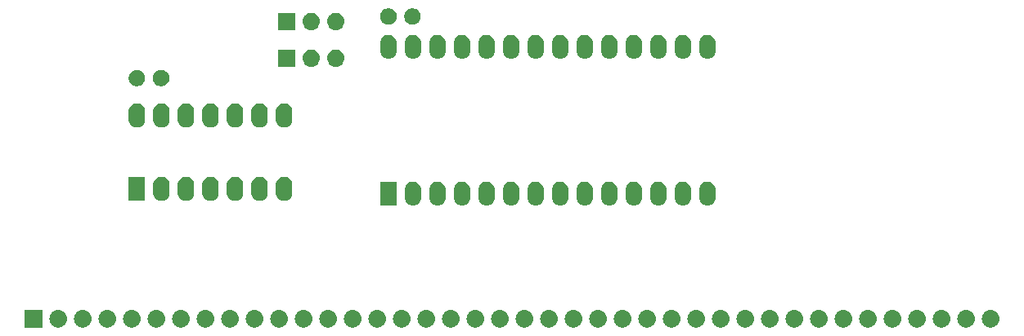
<source format=gbr>
G04 #@! TF.GenerationSoftware,KiCad,Pcbnew,(5.1.2)-2*
G04 #@! TF.CreationDate,2021-09-18T22:43:47+02:00*
G04 #@! TF.ProjectId,aZ80_ROM,615a3830-5f52-44f4-9d2e-6b696361645f,rev?*
G04 #@! TF.SameCoordinates,Original*
G04 #@! TF.FileFunction,Soldermask,Bot*
G04 #@! TF.FilePolarity,Negative*
%FSLAX46Y46*%
G04 Gerber Fmt 4.6, Leading zero omitted, Abs format (unit mm)*
G04 Created by KiCad (PCBNEW (5.1.2)-2) date 2021-09-18 22:43:47*
%MOMM*%
%LPD*%
G04 APERTURE LIST*
%ADD10C,0.100000*%
G04 APERTURE END LIST*
D10*
G36*
X114510443Y-109105519D02*
G01*
X114576627Y-109112037D01*
X114746466Y-109163557D01*
X114902991Y-109247222D01*
X114938729Y-109276552D01*
X115040186Y-109359814D01*
X115123448Y-109461271D01*
X115152778Y-109497009D01*
X115236443Y-109653534D01*
X115287963Y-109823373D01*
X115305359Y-110000000D01*
X115287963Y-110176627D01*
X115236443Y-110346466D01*
X115152778Y-110502991D01*
X115123448Y-110538729D01*
X115040186Y-110640186D01*
X114938729Y-110723448D01*
X114902991Y-110752778D01*
X114746466Y-110836443D01*
X114576627Y-110887963D01*
X114510443Y-110894481D01*
X114444260Y-110901000D01*
X114355740Y-110901000D01*
X114289557Y-110894481D01*
X114223373Y-110887963D01*
X114053534Y-110836443D01*
X113897009Y-110752778D01*
X113861271Y-110723448D01*
X113759814Y-110640186D01*
X113676552Y-110538729D01*
X113647222Y-110502991D01*
X113563557Y-110346466D01*
X113512037Y-110176627D01*
X113494641Y-110000000D01*
X113512037Y-109823373D01*
X113563557Y-109653534D01*
X113647222Y-109497009D01*
X113676552Y-109461271D01*
X113759814Y-109359814D01*
X113861271Y-109276552D01*
X113897009Y-109247222D01*
X114053534Y-109163557D01*
X114223373Y-109112037D01*
X114289557Y-109105519D01*
X114355740Y-109099000D01*
X114444260Y-109099000D01*
X114510443Y-109105519D01*
X114510443Y-109105519D01*
G37*
G36*
X111970443Y-109105519D02*
G01*
X112036627Y-109112037D01*
X112206466Y-109163557D01*
X112362991Y-109247222D01*
X112398729Y-109276552D01*
X112500186Y-109359814D01*
X112583448Y-109461271D01*
X112612778Y-109497009D01*
X112696443Y-109653534D01*
X112747963Y-109823373D01*
X112765359Y-110000000D01*
X112747963Y-110176627D01*
X112696443Y-110346466D01*
X112612778Y-110502991D01*
X112583448Y-110538729D01*
X112500186Y-110640186D01*
X112398729Y-110723448D01*
X112362991Y-110752778D01*
X112206466Y-110836443D01*
X112036627Y-110887963D01*
X111970443Y-110894481D01*
X111904260Y-110901000D01*
X111815740Y-110901000D01*
X111749557Y-110894481D01*
X111683373Y-110887963D01*
X111513534Y-110836443D01*
X111357009Y-110752778D01*
X111321271Y-110723448D01*
X111219814Y-110640186D01*
X111136552Y-110538729D01*
X111107222Y-110502991D01*
X111023557Y-110346466D01*
X110972037Y-110176627D01*
X110954641Y-110000000D01*
X110972037Y-109823373D01*
X111023557Y-109653534D01*
X111107222Y-109497009D01*
X111136552Y-109461271D01*
X111219814Y-109359814D01*
X111321271Y-109276552D01*
X111357009Y-109247222D01*
X111513534Y-109163557D01*
X111683373Y-109112037D01*
X111749557Y-109105519D01*
X111815740Y-109099000D01*
X111904260Y-109099000D01*
X111970443Y-109105519D01*
X111970443Y-109105519D01*
G37*
G36*
X89901000Y-110901000D02*
G01*
X88099000Y-110901000D01*
X88099000Y-109099000D01*
X89901000Y-109099000D01*
X89901000Y-110901000D01*
X89901000Y-110901000D01*
G37*
G36*
X94190443Y-109105519D02*
G01*
X94256627Y-109112037D01*
X94426466Y-109163557D01*
X94582991Y-109247222D01*
X94618729Y-109276552D01*
X94720186Y-109359814D01*
X94803448Y-109461271D01*
X94832778Y-109497009D01*
X94916443Y-109653534D01*
X94967963Y-109823373D01*
X94985359Y-110000000D01*
X94967963Y-110176627D01*
X94916443Y-110346466D01*
X94832778Y-110502991D01*
X94803448Y-110538729D01*
X94720186Y-110640186D01*
X94618729Y-110723448D01*
X94582991Y-110752778D01*
X94426466Y-110836443D01*
X94256627Y-110887963D01*
X94190443Y-110894481D01*
X94124260Y-110901000D01*
X94035740Y-110901000D01*
X93969557Y-110894481D01*
X93903373Y-110887963D01*
X93733534Y-110836443D01*
X93577009Y-110752778D01*
X93541271Y-110723448D01*
X93439814Y-110640186D01*
X93356552Y-110538729D01*
X93327222Y-110502991D01*
X93243557Y-110346466D01*
X93192037Y-110176627D01*
X93174641Y-110000000D01*
X93192037Y-109823373D01*
X93243557Y-109653534D01*
X93327222Y-109497009D01*
X93356552Y-109461271D01*
X93439814Y-109359814D01*
X93541271Y-109276552D01*
X93577009Y-109247222D01*
X93733534Y-109163557D01*
X93903373Y-109112037D01*
X93969557Y-109105519D01*
X94035740Y-109099000D01*
X94124260Y-109099000D01*
X94190443Y-109105519D01*
X94190443Y-109105519D01*
G37*
G36*
X96730443Y-109105519D02*
G01*
X96796627Y-109112037D01*
X96966466Y-109163557D01*
X97122991Y-109247222D01*
X97158729Y-109276552D01*
X97260186Y-109359814D01*
X97343448Y-109461271D01*
X97372778Y-109497009D01*
X97456443Y-109653534D01*
X97507963Y-109823373D01*
X97525359Y-110000000D01*
X97507963Y-110176627D01*
X97456443Y-110346466D01*
X97372778Y-110502991D01*
X97343448Y-110538729D01*
X97260186Y-110640186D01*
X97158729Y-110723448D01*
X97122991Y-110752778D01*
X96966466Y-110836443D01*
X96796627Y-110887963D01*
X96730443Y-110894481D01*
X96664260Y-110901000D01*
X96575740Y-110901000D01*
X96509557Y-110894481D01*
X96443373Y-110887963D01*
X96273534Y-110836443D01*
X96117009Y-110752778D01*
X96081271Y-110723448D01*
X95979814Y-110640186D01*
X95896552Y-110538729D01*
X95867222Y-110502991D01*
X95783557Y-110346466D01*
X95732037Y-110176627D01*
X95714641Y-110000000D01*
X95732037Y-109823373D01*
X95783557Y-109653534D01*
X95867222Y-109497009D01*
X95896552Y-109461271D01*
X95979814Y-109359814D01*
X96081271Y-109276552D01*
X96117009Y-109247222D01*
X96273534Y-109163557D01*
X96443373Y-109112037D01*
X96509557Y-109105519D01*
X96575740Y-109099000D01*
X96664260Y-109099000D01*
X96730443Y-109105519D01*
X96730443Y-109105519D01*
G37*
G36*
X99270443Y-109105519D02*
G01*
X99336627Y-109112037D01*
X99506466Y-109163557D01*
X99662991Y-109247222D01*
X99698729Y-109276552D01*
X99800186Y-109359814D01*
X99883448Y-109461271D01*
X99912778Y-109497009D01*
X99996443Y-109653534D01*
X100047963Y-109823373D01*
X100065359Y-110000000D01*
X100047963Y-110176627D01*
X99996443Y-110346466D01*
X99912778Y-110502991D01*
X99883448Y-110538729D01*
X99800186Y-110640186D01*
X99698729Y-110723448D01*
X99662991Y-110752778D01*
X99506466Y-110836443D01*
X99336627Y-110887963D01*
X99270443Y-110894481D01*
X99204260Y-110901000D01*
X99115740Y-110901000D01*
X99049557Y-110894481D01*
X98983373Y-110887963D01*
X98813534Y-110836443D01*
X98657009Y-110752778D01*
X98621271Y-110723448D01*
X98519814Y-110640186D01*
X98436552Y-110538729D01*
X98407222Y-110502991D01*
X98323557Y-110346466D01*
X98272037Y-110176627D01*
X98254641Y-110000000D01*
X98272037Y-109823373D01*
X98323557Y-109653534D01*
X98407222Y-109497009D01*
X98436552Y-109461271D01*
X98519814Y-109359814D01*
X98621271Y-109276552D01*
X98657009Y-109247222D01*
X98813534Y-109163557D01*
X98983373Y-109112037D01*
X99049557Y-109105519D01*
X99115740Y-109099000D01*
X99204260Y-109099000D01*
X99270443Y-109105519D01*
X99270443Y-109105519D01*
G37*
G36*
X101810443Y-109105519D02*
G01*
X101876627Y-109112037D01*
X102046466Y-109163557D01*
X102202991Y-109247222D01*
X102238729Y-109276552D01*
X102340186Y-109359814D01*
X102423448Y-109461271D01*
X102452778Y-109497009D01*
X102536443Y-109653534D01*
X102587963Y-109823373D01*
X102605359Y-110000000D01*
X102587963Y-110176627D01*
X102536443Y-110346466D01*
X102452778Y-110502991D01*
X102423448Y-110538729D01*
X102340186Y-110640186D01*
X102238729Y-110723448D01*
X102202991Y-110752778D01*
X102046466Y-110836443D01*
X101876627Y-110887963D01*
X101810443Y-110894481D01*
X101744260Y-110901000D01*
X101655740Y-110901000D01*
X101589557Y-110894481D01*
X101523373Y-110887963D01*
X101353534Y-110836443D01*
X101197009Y-110752778D01*
X101161271Y-110723448D01*
X101059814Y-110640186D01*
X100976552Y-110538729D01*
X100947222Y-110502991D01*
X100863557Y-110346466D01*
X100812037Y-110176627D01*
X100794641Y-110000000D01*
X100812037Y-109823373D01*
X100863557Y-109653534D01*
X100947222Y-109497009D01*
X100976552Y-109461271D01*
X101059814Y-109359814D01*
X101161271Y-109276552D01*
X101197009Y-109247222D01*
X101353534Y-109163557D01*
X101523373Y-109112037D01*
X101589557Y-109105519D01*
X101655740Y-109099000D01*
X101744260Y-109099000D01*
X101810443Y-109105519D01*
X101810443Y-109105519D01*
G37*
G36*
X104350443Y-109105519D02*
G01*
X104416627Y-109112037D01*
X104586466Y-109163557D01*
X104742991Y-109247222D01*
X104778729Y-109276552D01*
X104880186Y-109359814D01*
X104963448Y-109461271D01*
X104992778Y-109497009D01*
X105076443Y-109653534D01*
X105127963Y-109823373D01*
X105145359Y-110000000D01*
X105127963Y-110176627D01*
X105076443Y-110346466D01*
X104992778Y-110502991D01*
X104963448Y-110538729D01*
X104880186Y-110640186D01*
X104778729Y-110723448D01*
X104742991Y-110752778D01*
X104586466Y-110836443D01*
X104416627Y-110887963D01*
X104350443Y-110894481D01*
X104284260Y-110901000D01*
X104195740Y-110901000D01*
X104129557Y-110894481D01*
X104063373Y-110887963D01*
X103893534Y-110836443D01*
X103737009Y-110752778D01*
X103701271Y-110723448D01*
X103599814Y-110640186D01*
X103516552Y-110538729D01*
X103487222Y-110502991D01*
X103403557Y-110346466D01*
X103352037Y-110176627D01*
X103334641Y-110000000D01*
X103352037Y-109823373D01*
X103403557Y-109653534D01*
X103487222Y-109497009D01*
X103516552Y-109461271D01*
X103599814Y-109359814D01*
X103701271Y-109276552D01*
X103737009Y-109247222D01*
X103893534Y-109163557D01*
X104063373Y-109112037D01*
X104129557Y-109105519D01*
X104195740Y-109099000D01*
X104284260Y-109099000D01*
X104350443Y-109105519D01*
X104350443Y-109105519D01*
G37*
G36*
X106890443Y-109105519D02*
G01*
X106956627Y-109112037D01*
X107126466Y-109163557D01*
X107282991Y-109247222D01*
X107318729Y-109276552D01*
X107420186Y-109359814D01*
X107503448Y-109461271D01*
X107532778Y-109497009D01*
X107616443Y-109653534D01*
X107667963Y-109823373D01*
X107685359Y-110000000D01*
X107667963Y-110176627D01*
X107616443Y-110346466D01*
X107532778Y-110502991D01*
X107503448Y-110538729D01*
X107420186Y-110640186D01*
X107318729Y-110723448D01*
X107282991Y-110752778D01*
X107126466Y-110836443D01*
X106956627Y-110887963D01*
X106890443Y-110894481D01*
X106824260Y-110901000D01*
X106735740Y-110901000D01*
X106669557Y-110894481D01*
X106603373Y-110887963D01*
X106433534Y-110836443D01*
X106277009Y-110752778D01*
X106241271Y-110723448D01*
X106139814Y-110640186D01*
X106056552Y-110538729D01*
X106027222Y-110502991D01*
X105943557Y-110346466D01*
X105892037Y-110176627D01*
X105874641Y-110000000D01*
X105892037Y-109823373D01*
X105943557Y-109653534D01*
X106027222Y-109497009D01*
X106056552Y-109461271D01*
X106139814Y-109359814D01*
X106241271Y-109276552D01*
X106277009Y-109247222D01*
X106433534Y-109163557D01*
X106603373Y-109112037D01*
X106669557Y-109105519D01*
X106735740Y-109099000D01*
X106824260Y-109099000D01*
X106890443Y-109105519D01*
X106890443Y-109105519D01*
G37*
G36*
X109430443Y-109105519D02*
G01*
X109496627Y-109112037D01*
X109666466Y-109163557D01*
X109822991Y-109247222D01*
X109858729Y-109276552D01*
X109960186Y-109359814D01*
X110043448Y-109461271D01*
X110072778Y-109497009D01*
X110156443Y-109653534D01*
X110207963Y-109823373D01*
X110225359Y-110000000D01*
X110207963Y-110176627D01*
X110156443Y-110346466D01*
X110072778Y-110502991D01*
X110043448Y-110538729D01*
X109960186Y-110640186D01*
X109858729Y-110723448D01*
X109822991Y-110752778D01*
X109666466Y-110836443D01*
X109496627Y-110887963D01*
X109430443Y-110894481D01*
X109364260Y-110901000D01*
X109275740Y-110901000D01*
X109209557Y-110894481D01*
X109143373Y-110887963D01*
X108973534Y-110836443D01*
X108817009Y-110752778D01*
X108781271Y-110723448D01*
X108679814Y-110640186D01*
X108596552Y-110538729D01*
X108567222Y-110502991D01*
X108483557Y-110346466D01*
X108432037Y-110176627D01*
X108414641Y-110000000D01*
X108432037Y-109823373D01*
X108483557Y-109653534D01*
X108567222Y-109497009D01*
X108596552Y-109461271D01*
X108679814Y-109359814D01*
X108781271Y-109276552D01*
X108817009Y-109247222D01*
X108973534Y-109163557D01*
X109143373Y-109112037D01*
X109209557Y-109105519D01*
X109275740Y-109099000D01*
X109364260Y-109099000D01*
X109430443Y-109105519D01*
X109430443Y-109105519D01*
G37*
G36*
X91650443Y-109105519D02*
G01*
X91716627Y-109112037D01*
X91886466Y-109163557D01*
X92042991Y-109247222D01*
X92078729Y-109276552D01*
X92180186Y-109359814D01*
X92263448Y-109461271D01*
X92292778Y-109497009D01*
X92376443Y-109653534D01*
X92427963Y-109823373D01*
X92445359Y-110000000D01*
X92427963Y-110176627D01*
X92376443Y-110346466D01*
X92292778Y-110502991D01*
X92263448Y-110538729D01*
X92180186Y-110640186D01*
X92078729Y-110723448D01*
X92042991Y-110752778D01*
X91886466Y-110836443D01*
X91716627Y-110887963D01*
X91650443Y-110894481D01*
X91584260Y-110901000D01*
X91495740Y-110901000D01*
X91429557Y-110894481D01*
X91363373Y-110887963D01*
X91193534Y-110836443D01*
X91037009Y-110752778D01*
X91001271Y-110723448D01*
X90899814Y-110640186D01*
X90816552Y-110538729D01*
X90787222Y-110502991D01*
X90703557Y-110346466D01*
X90652037Y-110176627D01*
X90634641Y-110000000D01*
X90652037Y-109823373D01*
X90703557Y-109653534D01*
X90787222Y-109497009D01*
X90816552Y-109461271D01*
X90899814Y-109359814D01*
X91001271Y-109276552D01*
X91037009Y-109247222D01*
X91193534Y-109163557D01*
X91363373Y-109112037D01*
X91429557Y-109105519D01*
X91495740Y-109099000D01*
X91584260Y-109099000D01*
X91650443Y-109105519D01*
X91650443Y-109105519D01*
G37*
G36*
X117050443Y-109105519D02*
G01*
X117116627Y-109112037D01*
X117286466Y-109163557D01*
X117442991Y-109247222D01*
X117478729Y-109276552D01*
X117580186Y-109359814D01*
X117663448Y-109461271D01*
X117692778Y-109497009D01*
X117776443Y-109653534D01*
X117827963Y-109823373D01*
X117845359Y-110000000D01*
X117827963Y-110176627D01*
X117776443Y-110346466D01*
X117692778Y-110502991D01*
X117663448Y-110538729D01*
X117580186Y-110640186D01*
X117478729Y-110723448D01*
X117442991Y-110752778D01*
X117286466Y-110836443D01*
X117116627Y-110887963D01*
X117050443Y-110894481D01*
X116984260Y-110901000D01*
X116895740Y-110901000D01*
X116829557Y-110894481D01*
X116763373Y-110887963D01*
X116593534Y-110836443D01*
X116437009Y-110752778D01*
X116401271Y-110723448D01*
X116299814Y-110640186D01*
X116216552Y-110538729D01*
X116187222Y-110502991D01*
X116103557Y-110346466D01*
X116052037Y-110176627D01*
X116034641Y-110000000D01*
X116052037Y-109823373D01*
X116103557Y-109653534D01*
X116187222Y-109497009D01*
X116216552Y-109461271D01*
X116299814Y-109359814D01*
X116401271Y-109276552D01*
X116437009Y-109247222D01*
X116593534Y-109163557D01*
X116763373Y-109112037D01*
X116829557Y-109105519D01*
X116895740Y-109099000D01*
X116984260Y-109099000D01*
X117050443Y-109105519D01*
X117050443Y-109105519D01*
G37*
G36*
X119590443Y-109105519D02*
G01*
X119656627Y-109112037D01*
X119826466Y-109163557D01*
X119982991Y-109247222D01*
X120018729Y-109276552D01*
X120120186Y-109359814D01*
X120203448Y-109461271D01*
X120232778Y-109497009D01*
X120316443Y-109653534D01*
X120367963Y-109823373D01*
X120385359Y-110000000D01*
X120367963Y-110176627D01*
X120316443Y-110346466D01*
X120232778Y-110502991D01*
X120203448Y-110538729D01*
X120120186Y-110640186D01*
X120018729Y-110723448D01*
X119982991Y-110752778D01*
X119826466Y-110836443D01*
X119656627Y-110887963D01*
X119590443Y-110894481D01*
X119524260Y-110901000D01*
X119435740Y-110901000D01*
X119369557Y-110894481D01*
X119303373Y-110887963D01*
X119133534Y-110836443D01*
X118977009Y-110752778D01*
X118941271Y-110723448D01*
X118839814Y-110640186D01*
X118756552Y-110538729D01*
X118727222Y-110502991D01*
X118643557Y-110346466D01*
X118592037Y-110176627D01*
X118574641Y-110000000D01*
X118592037Y-109823373D01*
X118643557Y-109653534D01*
X118727222Y-109497009D01*
X118756552Y-109461271D01*
X118839814Y-109359814D01*
X118941271Y-109276552D01*
X118977009Y-109247222D01*
X119133534Y-109163557D01*
X119303373Y-109112037D01*
X119369557Y-109105519D01*
X119435740Y-109099000D01*
X119524260Y-109099000D01*
X119590443Y-109105519D01*
X119590443Y-109105519D01*
G37*
G36*
X122130443Y-109105519D02*
G01*
X122196627Y-109112037D01*
X122366466Y-109163557D01*
X122522991Y-109247222D01*
X122558729Y-109276552D01*
X122660186Y-109359814D01*
X122743448Y-109461271D01*
X122772778Y-109497009D01*
X122856443Y-109653534D01*
X122907963Y-109823373D01*
X122925359Y-110000000D01*
X122907963Y-110176627D01*
X122856443Y-110346466D01*
X122772778Y-110502991D01*
X122743448Y-110538729D01*
X122660186Y-110640186D01*
X122558729Y-110723448D01*
X122522991Y-110752778D01*
X122366466Y-110836443D01*
X122196627Y-110887963D01*
X122130443Y-110894481D01*
X122064260Y-110901000D01*
X121975740Y-110901000D01*
X121909557Y-110894481D01*
X121843373Y-110887963D01*
X121673534Y-110836443D01*
X121517009Y-110752778D01*
X121481271Y-110723448D01*
X121379814Y-110640186D01*
X121296552Y-110538729D01*
X121267222Y-110502991D01*
X121183557Y-110346466D01*
X121132037Y-110176627D01*
X121114641Y-110000000D01*
X121132037Y-109823373D01*
X121183557Y-109653534D01*
X121267222Y-109497009D01*
X121296552Y-109461271D01*
X121379814Y-109359814D01*
X121481271Y-109276552D01*
X121517009Y-109247222D01*
X121673534Y-109163557D01*
X121843373Y-109112037D01*
X121909557Y-109105519D01*
X121975740Y-109099000D01*
X122064260Y-109099000D01*
X122130443Y-109105519D01*
X122130443Y-109105519D01*
G37*
G36*
X124670443Y-109105519D02*
G01*
X124736627Y-109112037D01*
X124906466Y-109163557D01*
X125062991Y-109247222D01*
X125098729Y-109276552D01*
X125200186Y-109359814D01*
X125283448Y-109461271D01*
X125312778Y-109497009D01*
X125396443Y-109653534D01*
X125447963Y-109823373D01*
X125465359Y-110000000D01*
X125447963Y-110176627D01*
X125396443Y-110346466D01*
X125312778Y-110502991D01*
X125283448Y-110538729D01*
X125200186Y-110640186D01*
X125098729Y-110723448D01*
X125062991Y-110752778D01*
X124906466Y-110836443D01*
X124736627Y-110887963D01*
X124670443Y-110894481D01*
X124604260Y-110901000D01*
X124515740Y-110901000D01*
X124449557Y-110894481D01*
X124383373Y-110887963D01*
X124213534Y-110836443D01*
X124057009Y-110752778D01*
X124021271Y-110723448D01*
X123919814Y-110640186D01*
X123836552Y-110538729D01*
X123807222Y-110502991D01*
X123723557Y-110346466D01*
X123672037Y-110176627D01*
X123654641Y-110000000D01*
X123672037Y-109823373D01*
X123723557Y-109653534D01*
X123807222Y-109497009D01*
X123836552Y-109461271D01*
X123919814Y-109359814D01*
X124021271Y-109276552D01*
X124057009Y-109247222D01*
X124213534Y-109163557D01*
X124383373Y-109112037D01*
X124449557Y-109105519D01*
X124515740Y-109099000D01*
X124604260Y-109099000D01*
X124670443Y-109105519D01*
X124670443Y-109105519D01*
G37*
G36*
X127210443Y-109105519D02*
G01*
X127276627Y-109112037D01*
X127446466Y-109163557D01*
X127602991Y-109247222D01*
X127638729Y-109276552D01*
X127740186Y-109359814D01*
X127823448Y-109461271D01*
X127852778Y-109497009D01*
X127936443Y-109653534D01*
X127987963Y-109823373D01*
X128005359Y-110000000D01*
X127987963Y-110176627D01*
X127936443Y-110346466D01*
X127852778Y-110502991D01*
X127823448Y-110538729D01*
X127740186Y-110640186D01*
X127638729Y-110723448D01*
X127602991Y-110752778D01*
X127446466Y-110836443D01*
X127276627Y-110887963D01*
X127210443Y-110894481D01*
X127144260Y-110901000D01*
X127055740Y-110901000D01*
X126989557Y-110894481D01*
X126923373Y-110887963D01*
X126753534Y-110836443D01*
X126597009Y-110752778D01*
X126561271Y-110723448D01*
X126459814Y-110640186D01*
X126376552Y-110538729D01*
X126347222Y-110502991D01*
X126263557Y-110346466D01*
X126212037Y-110176627D01*
X126194641Y-110000000D01*
X126212037Y-109823373D01*
X126263557Y-109653534D01*
X126347222Y-109497009D01*
X126376552Y-109461271D01*
X126459814Y-109359814D01*
X126561271Y-109276552D01*
X126597009Y-109247222D01*
X126753534Y-109163557D01*
X126923373Y-109112037D01*
X126989557Y-109105519D01*
X127055740Y-109099000D01*
X127144260Y-109099000D01*
X127210443Y-109105519D01*
X127210443Y-109105519D01*
G37*
G36*
X129750443Y-109105519D02*
G01*
X129816627Y-109112037D01*
X129986466Y-109163557D01*
X130142991Y-109247222D01*
X130178729Y-109276552D01*
X130280186Y-109359814D01*
X130363448Y-109461271D01*
X130392778Y-109497009D01*
X130476443Y-109653534D01*
X130527963Y-109823373D01*
X130545359Y-110000000D01*
X130527963Y-110176627D01*
X130476443Y-110346466D01*
X130392778Y-110502991D01*
X130363448Y-110538729D01*
X130280186Y-110640186D01*
X130178729Y-110723448D01*
X130142991Y-110752778D01*
X129986466Y-110836443D01*
X129816627Y-110887963D01*
X129750443Y-110894481D01*
X129684260Y-110901000D01*
X129595740Y-110901000D01*
X129529557Y-110894481D01*
X129463373Y-110887963D01*
X129293534Y-110836443D01*
X129137009Y-110752778D01*
X129101271Y-110723448D01*
X128999814Y-110640186D01*
X128916552Y-110538729D01*
X128887222Y-110502991D01*
X128803557Y-110346466D01*
X128752037Y-110176627D01*
X128734641Y-110000000D01*
X128752037Y-109823373D01*
X128803557Y-109653534D01*
X128887222Y-109497009D01*
X128916552Y-109461271D01*
X128999814Y-109359814D01*
X129101271Y-109276552D01*
X129137009Y-109247222D01*
X129293534Y-109163557D01*
X129463373Y-109112037D01*
X129529557Y-109105519D01*
X129595740Y-109099000D01*
X129684260Y-109099000D01*
X129750443Y-109105519D01*
X129750443Y-109105519D01*
G37*
G36*
X132290443Y-109105519D02*
G01*
X132356627Y-109112037D01*
X132526466Y-109163557D01*
X132682991Y-109247222D01*
X132718729Y-109276552D01*
X132820186Y-109359814D01*
X132903448Y-109461271D01*
X132932778Y-109497009D01*
X133016443Y-109653534D01*
X133067963Y-109823373D01*
X133085359Y-110000000D01*
X133067963Y-110176627D01*
X133016443Y-110346466D01*
X132932778Y-110502991D01*
X132903448Y-110538729D01*
X132820186Y-110640186D01*
X132718729Y-110723448D01*
X132682991Y-110752778D01*
X132526466Y-110836443D01*
X132356627Y-110887963D01*
X132290443Y-110894481D01*
X132224260Y-110901000D01*
X132135740Y-110901000D01*
X132069557Y-110894481D01*
X132003373Y-110887963D01*
X131833534Y-110836443D01*
X131677009Y-110752778D01*
X131641271Y-110723448D01*
X131539814Y-110640186D01*
X131456552Y-110538729D01*
X131427222Y-110502991D01*
X131343557Y-110346466D01*
X131292037Y-110176627D01*
X131274641Y-110000000D01*
X131292037Y-109823373D01*
X131343557Y-109653534D01*
X131427222Y-109497009D01*
X131456552Y-109461271D01*
X131539814Y-109359814D01*
X131641271Y-109276552D01*
X131677009Y-109247222D01*
X131833534Y-109163557D01*
X132003373Y-109112037D01*
X132069557Y-109105519D01*
X132135740Y-109099000D01*
X132224260Y-109099000D01*
X132290443Y-109105519D01*
X132290443Y-109105519D01*
G37*
G36*
X134830443Y-109105519D02*
G01*
X134896627Y-109112037D01*
X135066466Y-109163557D01*
X135222991Y-109247222D01*
X135258729Y-109276552D01*
X135360186Y-109359814D01*
X135443448Y-109461271D01*
X135472778Y-109497009D01*
X135556443Y-109653534D01*
X135607963Y-109823373D01*
X135625359Y-110000000D01*
X135607963Y-110176627D01*
X135556443Y-110346466D01*
X135472778Y-110502991D01*
X135443448Y-110538729D01*
X135360186Y-110640186D01*
X135258729Y-110723448D01*
X135222991Y-110752778D01*
X135066466Y-110836443D01*
X134896627Y-110887963D01*
X134830443Y-110894481D01*
X134764260Y-110901000D01*
X134675740Y-110901000D01*
X134609557Y-110894481D01*
X134543373Y-110887963D01*
X134373534Y-110836443D01*
X134217009Y-110752778D01*
X134181271Y-110723448D01*
X134079814Y-110640186D01*
X133996552Y-110538729D01*
X133967222Y-110502991D01*
X133883557Y-110346466D01*
X133832037Y-110176627D01*
X133814641Y-110000000D01*
X133832037Y-109823373D01*
X133883557Y-109653534D01*
X133967222Y-109497009D01*
X133996552Y-109461271D01*
X134079814Y-109359814D01*
X134181271Y-109276552D01*
X134217009Y-109247222D01*
X134373534Y-109163557D01*
X134543373Y-109112037D01*
X134609557Y-109105519D01*
X134675740Y-109099000D01*
X134764260Y-109099000D01*
X134830443Y-109105519D01*
X134830443Y-109105519D01*
G37*
G36*
X165310443Y-109105519D02*
G01*
X165376627Y-109112037D01*
X165546466Y-109163557D01*
X165702991Y-109247222D01*
X165738729Y-109276552D01*
X165840186Y-109359814D01*
X165923448Y-109461271D01*
X165952778Y-109497009D01*
X166036443Y-109653534D01*
X166087963Y-109823373D01*
X166105359Y-110000000D01*
X166087963Y-110176627D01*
X166036443Y-110346466D01*
X165952778Y-110502991D01*
X165923448Y-110538729D01*
X165840186Y-110640186D01*
X165738729Y-110723448D01*
X165702991Y-110752778D01*
X165546466Y-110836443D01*
X165376627Y-110887963D01*
X165310443Y-110894481D01*
X165244260Y-110901000D01*
X165155740Y-110901000D01*
X165089557Y-110894481D01*
X165023373Y-110887963D01*
X164853534Y-110836443D01*
X164697009Y-110752778D01*
X164661271Y-110723448D01*
X164559814Y-110640186D01*
X164476552Y-110538729D01*
X164447222Y-110502991D01*
X164363557Y-110346466D01*
X164312037Y-110176627D01*
X164294641Y-110000000D01*
X164312037Y-109823373D01*
X164363557Y-109653534D01*
X164447222Y-109497009D01*
X164476552Y-109461271D01*
X164559814Y-109359814D01*
X164661271Y-109276552D01*
X164697009Y-109247222D01*
X164853534Y-109163557D01*
X165023373Y-109112037D01*
X165089557Y-109105519D01*
X165155740Y-109099000D01*
X165244260Y-109099000D01*
X165310443Y-109105519D01*
X165310443Y-109105519D01*
G37*
G36*
X157690443Y-109105519D02*
G01*
X157756627Y-109112037D01*
X157926466Y-109163557D01*
X158082991Y-109247222D01*
X158118729Y-109276552D01*
X158220186Y-109359814D01*
X158303448Y-109461271D01*
X158332778Y-109497009D01*
X158416443Y-109653534D01*
X158467963Y-109823373D01*
X158485359Y-110000000D01*
X158467963Y-110176627D01*
X158416443Y-110346466D01*
X158332778Y-110502991D01*
X158303448Y-110538729D01*
X158220186Y-110640186D01*
X158118729Y-110723448D01*
X158082991Y-110752778D01*
X157926466Y-110836443D01*
X157756627Y-110887963D01*
X157690443Y-110894481D01*
X157624260Y-110901000D01*
X157535740Y-110901000D01*
X157469557Y-110894481D01*
X157403373Y-110887963D01*
X157233534Y-110836443D01*
X157077009Y-110752778D01*
X157041271Y-110723448D01*
X156939814Y-110640186D01*
X156856552Y-110538729D01*
X156827222Y-110502991D01*
X156743557Y-110346466D01*
X156692037Y-110176627D01*
X156674641Y-110000000D01*
X156692037Y-109823373D01*
X156743557Y-109653534D01*
X156827222Y-109497009D01*
X156856552Y-109461271D01*
X156939814Y-109359814D01*
X157041271Y-109276552D01*
X157077009Y-109247222D01*
X157233534Y-109163557D01*
X157403373Y-109112037D01*
X157469557Y-109105519D01*
X157535740Y-109099000D01*
X157624260Y-109099000D01*
X157690443Y-109105519D01*
X157690443Y-109105519D01*
G37*
G36*
X139910443Y-109105519D02*
G01*
X139976627Y-109112037D01*
X140146466Y-109163557D01*
X140302991Y-109247222D01*
X140338729Y-109276552D01*
X140440186Y-109359814D01*
X140523448Y-109461271D01*
X140552778Y-109497009D01*
X140636443Y-109653534D01*
X140687963Y-109823373D01*
X140705359Y-110000000D01*
X140687963Y-110176627D01*
X140636443Y-110346466D01*
X140552778Y-110502991D01*
X140523448Y-110538729D01*
X140440186Y-110640186D01*
X140338729Y-110723448D01*
X140302991Y-110752778D01*
X140146466Y-110836443D01*
X139976627Y-110887963D01*
X139910443Y-110894481D01*
X139844260Y-110901000D01*
X139755740Y-110901000D01*
X139689557Y-110894481D01*
X139623373Y-110887963D01*
X139453534Y-110836443D01*
X139297009Y-110752778D01*
X139261271Y-110723448D01*
X139159814Y-110640186D01*
X139076552Y-110538729D01*
X139047222Y-110502991D01*
X138963557Y-110346466D01*
X138912037Y-110176627D01*
X138894641Y-110000000D01*
X138912037Y-109823373D01*
X138963557Y-109653534D01*
X139047222Y-109497009D01*
X139076552Y-109461271D01*
X139159814Y-109359814D01*
X139261271Y-109276552D01*
X139297009Y-109247222D01*
X139453534Y-109163557D01*
X139623373Y-109112037D01*
X139689557Y-109105519D01*
X139755740Y-109099000D01*
X139844260Y-109099000D01*
X139910443Y-109105519D01*
X139910443Y-109105519D01*
G37*
G36*
X142450443Y-109105519D02*
G01*
X142516627Y-109112037D01*
X142686466Y-109163557D01*
X142842991Y-109247222D01*
X142878729Y-109276552D01*
X142980186Y-109359814D01*
X143063448Y-109461271D01*
X143092778Y-109497009D01*
X143176443Y-109653534D01*
X143227963Y-109823373D01*
X143245359Y-110000000D01*
X143227963Y-110176627D01*
X143176443Y-110346466D01*
X143092778Y-110502991D01*
X143063448Y-110538729D01*
X142980186Y-110640186D01*
X142878729Y-110723448D01*
X142842991Y-110752778D01*
X142686466Y-110836443D01*
X142516627Y-110887963D01*
X142450443Y-110894481D01*
X142384260Y-110901000D01*
X142295740Y-110901000D01*
X142229557Y-110894481D01*
X142163373Y-110887963D01*
X141993534Y-110836443D01*
X141837009Y-110752778D01*
X141801271Y-110723448D01*
X141699814Y-110640186D01*
X141616552Y-110538729D01*
X141587222Y-110502991D01*
X141503557Y-110346466D01*
X141452037Y-110176627D01*
X141434641Y-110000000D01*
X141452037Y-109823373D01*
X141503557Y-109653534D01*
X141587222Y-109497009D01*
X141616552Y-109461271D01*
X141699814Y-109359814D01*
X141801271Y-109276552D01*
X141837009Y-109247222D01*
X141993534Y-109163557D01*
X142163373Y-109112037D01*
X142229557Y-109105519D01*
X142295740Y-109099000D01*
X142384260Y-109099000D01*
X142450443Y-109105519D01*
X142450443Y-109105519D01*
G37*
G36*
X144990443Y-109105519D02*
G01*
X145056627Y-109112037D01*
X145226466Y-109163557D01*
X145382991Y-109247222D01*
X145418729Y-109276552D01*
X145520186Y-109359814D01*
X145603448Y-109461271D01*
X145632778Y-109497009D01*
X145716443Y-109653534D01*
X145767963Y-109823373D01*
X145785359Y-110000000D01*
X145767963Y-110176627D01*
X145716443Y-110346466D01*
X145632778Y-110502991D01*
X145603448Y-110538729D01*
X145520186Y-110640186D01*
X145418729Y-110723448D01*
X145382991Y-110752778D01*
X145226466Y-110836443D01*
X145056627Y-110887963D01*
X144990443Y-110894481D01*
X144924260Y-110901000D01*
X144835740Y-110901000D01*
X144769557Y-110894481D01*
X144703373Y-110887963D01*
X144533534Y-110836443D01*
X144377009Y-110752778D01*
X144341271Y-110723448D01*
X144239814Y-110640186D01*
X144156552Y-110538729D01*
X144127222Y-110502991D01*
X144043557Y-110346466D01*
X143992037Y-110176627D01*
X143974641Y-110000000D01*
X143992037Y-109823373D01*
X144043557Y-109653534D01*
X144127222Y-109497009D01*
X144156552Y-109461271D01*
X144239814Y-109359814D01*
X144341271Y-109276552D01*
X144377009Y-109247222D01*
X144533534Y-109163557D01*
X144703373Y-109112037D01*
X144769557Y-109105519D01*
X144835740Y-109099000D01*
X144924260Y-109099000D01*
X144990443Y-109105519D01*
X144990443Y-109105519D01*
G37*
G36*
X147530443Y-109105519D02*
G01*
X147596627Y-109112037D01*
X147766466Y-109163557D01*
X147922991Y-109247222D01*
X147958729Y-109276552D01*
X148060186Y-109359814D01*
X148143448Y-109461271D01*
X148172778Y-109497009D01*
X148256443Y-109653534D01*
X148307963Y-109823373D01*
X148325359Y-110000000D01*
X148307963Y-110176627D01*
X148256443Y-110346466D01*
X148172778Y-110502991D01*
X148143448Y-110538729D01*
X148060186Y-110640186D01*
X147958729Y-110723448D01*
X147922991Y-110752778D01*
X147766466Y-110836443D01*
X147596627Y-110887963D01*
X147530443Y-110894481D01*
X147464260Y-110901000D01*
X147375740Y-110901000D01*
X147309557Y-110894481D01*
X147243373Y-110887963D01*
X147073534Y-110836443D01*
X146917009Y-110752778D01*
X146881271Y-110723448D01*
X146779814Y-110640186D01*
X146696552Y-110538729D01*
X146667222Y-110502991D01*
X146583557Y-110346466D01*
X146532037Y-110176627D01*
X146514641Y-110000000D01*
X146532037Y-109823373D01*
X146583557Y-109653534D01*
X146667222Y-109497009D01*
X146696552Y-109461271D01*
X146779814Y-109359814D01*
X146881271Y-109276552D01*
X146917009Y-109247222D01*
X147073534Y-109163557D01*
X147243373Y-109112037D01*
X147309557Y-109105519D01*
X147375740Y-109099000D01*
X147464260Y-109099000D01*
X147530443Y-109105519D01*
X147530443Y-109105519D01*
G37*
G36*
X150070443Y-109105519D02*
G01*
X150136627Y-109112037D01*
X150306466Y-109163557D01*
X150462991Y-109247222D01*
X150498729Y-109276552D01*
X150600186Y-109359814D01*
X150683448Y-109461271D01*
X150712778Y-109497009D01*
X150796443Y-109653534D01*
X150847963Y-109823373D01*
X150865359Y-110000000D01*
X150847963Y-110176627D01*
X150796443Y-110346466D01*
X150712778Y-110502991D01*
X150683448Y-110538729D01*
X150600186Y-110640186D01*
X150498729Y-110723448D01*
X150462991Y-110752778D01*
X150306466Y-110836443D01*
X150136627Y-110887963D01*
X150070443Y-110894481D01*
X150004260Y-110901000D01*
X149915740Y-110901000D01*
X149849557Y-110894481D01*
X149783373Y-110887963D01*
X149613534Y-110836443D01*
X149457009Y-110752778D01*
X149421271Y-110723448D01*
X149319814Y-110640186D01*
X149236552Y-110538729D01*
X149207222Y-110502991D01*
X149123557Y-110346466D01*
X149072037Y-110176627D01*
X149054641Y-110000000D01*
X149072037Y-109823373D01*
X149123557Y-109653534D01*
X149207222Y-109497009D01*
X149236552Y-109461271D01*
X149319814Y-109359814D01*
X149421271Y-109276552D01*
X149457009Y-109247222D01*
X149613534Y-109163557D01*
X149783373Y-109112037D01*
X149849557Y-109105519D01*
X149915740Y-109099000D01*
X150004260Y-109099000D01*
X150070443Y-109105519D01*
X150070443Y-109105519D01*
G37*
G36*
X152610443Y-109105519D02*
G01*
X152676627Y-109112037D01*
X152846466Y-109163557D01*
X153002991Y-109247222D01*
X153038729Y-109276552D01*
X153140186Y-109359814D01*
X153223448Y-109461271D01*
X153252778Y-109497009D01*
X153336443Y-109653534D01*
X153387963Y-109823373D01*
X153405359Y-110000000D01*
X153387963Y-110176627D01*
X153336443Y-110346466D01*
X153252778Y-110502991D01*
X153223448Y-110538729D01*
X153140186Y-110640186D01*
X153038729Y-110723448D01*
X153002991Y-110752778D01*
X152846466Y-110836443D01*
X152676627Y-110887963D01*
X152610443Y-110894481D01*
X152544260Y-110901000D01*
X152455740Y-110901000D01*
X152389557Y-110894481D01*
X152323373Y-110887963D01*
X152153534Y-110836443D01*
X151997009Y-110752778D01*
X151961271Y-110723448D01*
X151859814Y-110640186D01*
X151776552Y-110538729D01*
X151747222Y-110502991D01*
X151663557Y-110346466D01*
X151612037Y-110176627D01*
X151594641Y-110000000D01*
X151612037Y-109823373D01*
X151663557Y-109653534D01*
X151747222Y-109497009D01*
X151776552Y-109461271D01*
X151859814Y-109359814D01*
X151961271Y-109276552D01*
X151997009Y-109247222D01*
X152153534Y-109163557D01*
X152323373Y-109112037D01*
X152389557Y-109105519D01*
X152455740Y-109099000D01*
X152544260Y-109099000D01*
X152610443Y-109105519D01*
X152610443Y-109105519D01*
G37*
G36*
X155150443Y-109105519D02*
G01*
X155216627Y-109112037D01*
X155386466Y-109163557D01*
X155542991Y-109247222D01*
X155578729Y-109276552D01*
X155680186Y-109359814D01*
X155763448Y-109461271D01*
X155792778Y-109497009D01*
X155876443Y-109653534D01*
X155927963Y-109823373D01*
X155945359Y-110000000D01*
X155927963Y-110176627D01*
X155876443Y-110346466D01*
X155792778Y-110502991D01*
X155763448Y-110538729D01*
X155680186Y-110640186D01*
X155578729Y-110723448D01*
X155542991Y-110752778D01*
X155386466Y-110836443D01*
X155216627Y-110887963D01*
X155150443Y-110894481D01*
X155084260Y-110901000D01*
X154995740Y-110901000D01*
X154929557Y-110894481D01*
X154863373Y-110887963D01*
X154693534Y-110836443D01*
X154537009Y-110752778D01*
X154501271Y-110723448D01*
X154399814Y-110640186D01*
X154316552Y-110538729D01*
X154287222Y-110502991D01*
X154203557Y-110346466D01*
X154152037Y-110176627D01*
X154134641Y-110000000D01*
X154152037Y-109823373D01*
X154203557Y-109653534D01*
X154287222Y-109497009D01*
X154316552Y-109461271D01*
X154399814Y-109359814D01*
X154501271Y-109276552D01*
X154537009Y-109247222D01*
X154693534Y-109163557D01*
X154863373Y-109112037D01*
X154929557Y-109105519D01*
X154995740Y-109099000D01*
X155084260Y-109099000D01*
X155150443Y-109105519D01*
X155150443Y-109105519D01*
G37*
G36*
X188170443Y-109105519D02*
G01*
X188236627Y-109112037D01*
X188406466Y-109163557D01*
X188562991Y-109247222D01*
X188598729Y-109276552D01*
X188700186Y-109359814D01*
X188783448Y-109461271D01*
X188812778Y-109497009D01*
X188896443Y-109653534D01*
X188947963Y-109823373D01*
X188965359Y-110000000D01*
X188947963Y-110176627D01*
X188896443Y-110346466D01*
X188812778Y-110502991D01*
X188783448Y-110538729D01*
X188700186Y-110640186D01*
X188598729Y-110723448D01*
X188562991Y-110752778D01*
X188406466Y-110836443D01*
X188236627Y-110887963D01*
X188170443Y-110894481D01*
X188104260Y-110901000D01*
X188015740Y-110901000D01*
X187949557Y-110894481D01*
X187883373Y-110887963D01*
X187713534Y-110836443D01*
X187557009Y-110752778D01*
X187521271Y-110723448D01*
X187419814Y-110640186D01*
X187336552Y-110538729D01*
X187307222Y-110502991D01*
X187223557Y-110346466D01*
X187172037Y-110176627D01*
X187154641Y-110000000D01*
X187172037Y-109823373D01*
X187223557Y-109653534D01*
X187307222Y-109497009D01*
X187336552Y-109461271D01*
X187419814Y-109359814D01*
X187521271Y-109276552D01*
X187557009Y-109247222D01*
X187713534Y-109163557D01*
X187883373Y-109112037D01*
X187949557Y-109105519D01*
X188015740Y-109099000D01*
X188104260Y-109099000D01*
X188170443Y-109105519D01*
X188170443Y-109105519D01*
G37*
G36*
X160230443Y-109105519D02*
G01*
X160296627Y-109112037D01*
X160466466Y-109163557D01*
X160622991Y-109247222D01*
X160658729Y-109276552D01*
X160760186Y-109359814D01*
X160843448Y-109461271D01*
X160872778Y-109497009D01*
X160956443Y-109653534D01*
X161007963Y-109823373D01*
X161025359Y-110000000D01*
X161007963Y-110176627D01*
X160956443Y-110346466D01*
X160872778Y-110502991D01*
X160843448Y-110538729D01*
X160760186Y-110640186D01*
X160658729Y-110723448D01*
X160622991Y-110752778D01*
X160466466Y-110836443D01*
X160296627Y-110887963D01*
X160230443Y-110894481D01*
X160164260Y-110901000D01*
X160075740Y-110901000D01*
X160009557Y-110894481D01*
X159943373Y-110887963D01*
X159773534Y-110836443D01*
X159617009Y-110752778D01*
X159581271Y-110723448D01*
X159479814Y-110640186D01*
X159396552Y-110538729D01*
X159367222Y-110502991D01*
X159283557Y-110346466D01*
X159232037Y-110176627D01*
X159214641Y-110000000D01*
X159232037Y-109823373D01*
X159283557Y-109653534D01*
X159367222Y-109497009D01*
X159396552Y-109461271D01*
X159479814Y-109359814D01*
X159581271Y-109276552D01*
X159617009Y-109247222D01*
X159773534Y-109163557D01*
X159943373Y-109112037D01*
X160009557Y-109105519D01*
X160075740Y-109099000D01*
X160164260Y-109099000D01*
X160230443Y-109105519D01*
X160230443Y-109105519D01*
G37*
G36*
X162770443Y-109105519D02*
G01*
X162836627Y-109112037D01*
X163006466Y-109163557D01*
X163162991Y-109247222D01*
X163198729Y-109276552D01*
X163300186Y-109359814D01*
X163383448Y-109461271D01*
X163412778Y-109497009D01*
X163496443Y-109653534D01*
X163547963Y-109823373D01*
X163565359Y-110000000D01*
X163547963Y-110176627D01*
X163496443Y-110346466D01*
X163412778Y-110502991D01*
X163383448Y-110538729D01*
X163300186Y-110640186D01*
X163198729Y-110723448D01*
X163162991Y-110752778D01*
X163006466Y-110836443D01*
X162836627Y-110887963D01*
X162770443Y-110894481D01*
X162704260Y-110901000D01*
X162615740Y-110901000D01*
X162549557Y-110894481D01*
X162483373Y-110887963D01*
X162313534Y-110836443D01*
X162157009Y-110752778D01*
X162121271Y-110723448D01*
X162019814Y-110640186D01*
X161936552Y-110538729D01*
X161907222Y-110502991D01*
X161823557Y-110346466D01*
X161772037Y-110176627D01*
X161754641Y-110000000D01*
X161772037Y-109823373D01*
X161823557Y-109653534D01*
X161907222Y-109497009D01*
X161936552Y-109461271D01*
X162019814Y-109359814D01*
X162121271Y-109276552D01*
X162157009Y-109247222D01*
X162313534Y-109163557D01*
X162483373Y-109112037D01*
X162549557Y-109105519D01*
X162615740Y-109099000D01*
X162704260Y-109099000D01*
X162770443Y-109105519D01*
X162770443Y-109105519D01*
G37*
G36*
X137370443Y-109105519D02*
G01*
X137436627Y-109112037D01*
X137606466Y-109163557D01*
X137762991Y-109247222D01*
X137798729Y-109276552D01*
X137900186Y-109359814D01*
X137983448Y-109461271D01*
X138012778Y-109497009D01*
X138096443Y-109653534D01*
X138147963Y-109823373D01*
X138165359Y-110000000D01*
X138147963Y-110176627D01*
X138096443Y-110346466D01*
X138012778Y-110502991D01*
X137983448Y-110538729D01*
X137900186Y-110640186D01*
X137798729Y-110723448D01*
X137762991Y-110752778D01*
X137606466Y-110836443D01*
X137436627Y-110887963D01*
X137370443Y-110894481D01*
X137304260Y-110901000D01*
X137215740Y-110901000D01*
X137149557Y-110894481D01*
X137083373Y-110887963D01*
X136913534Y-110836443D01*
X136757009Y-110752778D01*
X136721271Y-110723448D01*
X136619814Y-110640186D01*
X136536552Y-110538729D01*
X136507222Y-110502991D01*
X136423557Y-110346466D01*
X136372037Y-110176627D01*
X136354641Y-110000000D01*
X136372037Y-109823373D01*
X136423557Y-109653534D01*
X136507222Y-109497009D01*
X136536552Y-109461271D01*
X136619814Y-109359814D01*
X136721271Y-109276552D01*
X136757009Y-109247222D01*
X136913534Y-109163557D01*
X137083373Y-109112037D01*
X137149557Y-109105519D01*
X137215740Y-109099000D01*
X137304260Y-109099000D01*
X137370443Y-109105519D01*
X137370443Y-109105519D01*
G37*
G36*
X167850443Y-109105519D02*
G01*
X167916627Y-109112037D01*
X168086466Y-109163557D01*
X168242991Y-109247222D01*
X168278729Y-109276552D01*
X168380186Y-109359814D01*
X168463448Y-109461271D01*
X168492778Y-109497009D01*
X168576443Y-109653534D01*
X168627963Y-109823373D01*
X168645359Y-110000000D01*
X168627963Y-110176627D01*
X168576443Y-110346466D01*
X168492778Y-110502991D01*
X168463448Y-110538729D01*
X168380186Y-110640186D01*
X168278729Y-110723448D01*
X168242991Y-110752778D01*
X168086466Y-110836443D01*
X167916627Y-110887963D01*
X167850443Y-110894481D01*
X167784260Y-110901000D01*
X167695740Y-110901000D01*
X167629557Y-110894481D01*
X167563373Y-110887963D01*
X167393534Y-110836443D01*
X167237009Y-110752778D01*
X167201271Y-110723448D01*
X167099814Y-110640186D01*
X167016552Y-110538729D01*
X166987222Y-110502991D01*
X166903557Y-110346466D01*
X166852037Y-110176627D01*
X166834641Y-110000000D01*
X166852037Y-109823373D01*
X166903557Y-109653534D01*
X166987222Y-109497009D01*
X167016552Y-109461271D01*
X167099814Y-109359814D01*
X167201271Y-109276552D01*
X167237009Y-109247222D01*
X167393534Y-109163557D01*
X167563373Y-109112037D01*
X167629557Y-109105519D01*
X167695740Y-109099000D01*
X167784260Y-109099000D01*
X167850443Y-109105519D01*
X167850443Y-109105519D01*
G37*
G36*
X170390443Y-109105519D02*
G01*
X170456627Y-109112037D01*
X170626466Y-109163557D01*
X170782991Y-109247222D01*
X170818729Y-109276552D01*
X170920186Y-109359814D01*
X171003448Y-109461271D01*
X171032778Y-109497009D01*
X171116443Y-109653534D01*
X171167963Y-109823373D01*
X171185359Y-110000000D01*
X171167963Y-110176627D01*
X171116443Y-110346466D01*
X171032778Y-110502991D01*
X171003448Y-110538729D01*
X170920186Y-110640186D01*
X170818729Y-110723448D01*
X170782991Y-110752778D01*
X170626466Y-110836443D01*
X170456627Y-110887963D01*
X170390443Y-110894481D01*
X170324260Y-110901000D01*
X170235740Y-110901000D01*
X170169557Y-110894481D01*
X170103373Y-110887963D01*
X169933534Y-110836443D01*
X169777009Y-110752778D01*
X169741271Y-110723448D01*
X169639814Y-110640186D01*
X169556552Y-110538729D01*
X169527222Y-110502991D01*
X169443557Y-110346466D01*
X169392037Y-110176627D01*
X169374641Y-110000000D01*
X169392037Y-109823373D01*
X169443557Y-109653534D01*
X169527222Y-109497009D01*
X169556552Y-109461271D01*
X169639814Y-109359814D01*
X169741271Y-109276552D01*
X169777009Y-109247222D01*
X169933534Y-109163557D01*
X170103373Y-109112037D01*
X170169557Y-109105519D01*
X170235740Y-109099000D01*
X170324260Y-109099000D01*
X170390443Y-109105519D01*
X170390443Y-109105519D01*
G37*
G36*
X172930443Y-109105519D02*
G01*
X172996627Y-109112037D01*
X173166466Y-109163557D01*
X173322991Y-109247222D01*
X173358729Y-109276552D01*
X173460186Y-109359814D01*
X173543448Y-109461271D01*
X173572778Y-109497009D01*
X173656443Y-109653534D01*
X173707963Y-109823373D01*
X173725359Y-110000000D01*
X173707963Y-110176627D01*
X173656443Y-110346466D01*
X173572778Y-110502991D01*
X173543448Y-110538729D01*
X173460186Y-110640186D01*
X173358729Y-110723448D01*
X173322991Y-110752778D01*
X173166466Y-110836443D01*
X172996627Y-110887963D01*
X172930443Y-110894481D01*
X172864260Y-110901000D01*
X172775740Y-110901000D01*
X172709557Y-110894481D01*
X172643373Y-110887963D01*
X172473534Y-110836443D01*
X172317009Y-110752778D01*
X172281271Y-110723448D01*
X172179814Y-110640186D01*
X172096552Y-110538729D01*
X172067222Y-110502991D01*
X171983557Y-110346466D01*
X171932037Y-110176627D01*
X171914641Y-110000000D01*
X171932037Y-109823373D01*
X171983557Y-109653534D01*
X172067222Y-109497009D01*
X172096552Y-109461271D01*
X172179814Y-109359814D01*
X172281271Y-109276552D01*
X172317009Y-109247222D01*
X172473534Y-109163557D01*
X172643373Y-109112037D01*
X172709557Y-109105519D01*
X172775740Y-109099000D01*
X172864260Y-109099000D01*
X172930443Y-109105519D01*
X172930443Y-109105519D01*
G37*
G36*
X175470443Y-109105519D02*
G01*
X175536627Y-109112037D01*
X175706466Y-109163557D01*
X175862991Y-109247222D01*
X175898729Y-109276552D01*
X176000186Y-109359814D01*
X176083448Y-109461271D01*
X176112778Y-109497009D01*
X176196443Y-109653534D01*
X176247963Y-109823373D01*
X176265359Y-110000000D01*
X176247963Y-110176627D01*
X176196443Y-110346466D01*
X176112778Y-110502991D01*
X176083448Y-110538729D01*
X176000186Y-110640186D01*
X175898729Y-110723448D01*
X175862991Y-110752778D01*
X175706466Y-110836443D01*
X175536627Y-110887963D01*
X175470443Y-110894481D01*
X175404260Y-110901000D01*
X175315740Y-110901000D01*
X175249557Y-110894481D01*
X175183373Y-110887963D01*
X175013534Y-110836443D01*
X174857009Y-110752778D01*
X174821271Y-110723448D01*
X174719814Y-110640186D01*
X174636552Y-110538729D01*
X174607222Y-110502991D01*
X174523557Y-110346466D01*
X174472037Y-110176627D01*
X174454641Y-110000000D01*
X174472037Y-109823373D01*
X174523557Y-109653534D01*
X174607222Y-109497009D01*
X174636552Y-109461271D01*
X174719814Y-109359814D01*
X174821271Y-109276552D01*
X174857009Y-109247222D01*
X175013534Y-109163557D01*
X175183373Y-109112037D01*
X175249557Y-109105519D01*
X175315740Y-109099000D01*
X175404260Y-109099000D01*
X175470443Y-109105519D01*
X175470443Y-109105519D01*
G37*
G36*
X178010443Y-109105519D02*
G01*
X178076627Y-109112037D01*
X178246466Y-109163557D01*
X178402991Y-109247222D01*
X178438729Y-109276552D01*
X178540186Y-109359814D01*
X178623448Y-109461271D01*
X178652778Y-109497009D01*
X178736443Y-109653534D01*
X178787963Y-109823373D01*
X178805359Y-110000000D01*
X178787963Y-110176627D01*
X178736443Y-110346466D01*
X178652778Y-110502991D01*
X178623448Y-110538729D01*
X178540186Y-110640186D01*
X178438729Y-110723448D01*
X178402991Y-110752778D01*
X178246466Y-110836443D01*
X178076627Y-110887963D01*
X178010443Y-110894481D01*
X177944260Y-110901000D01*
X177855740Y-110901000D01*
X177789557Y-110894481D01*
X177723373Y-110887963D01*
X177553534Y-110836443D01*
X177397009Y-110752778D01*
X177361271Y-110723448D01*
X177259814Y-110640186D01*
X177176552Y-110538729D01*
X177147222Y-110502991D01*
X177063557Y-110346466D01*
X177012037Y-110176627D01*
X176994641Y-110000000D01*
X177012037Y-109823373D01*
X177063557Y-109653534D01*
X177147222Y-109497009D01*
X177176552Y-109461271D01*
X177259814Y-109359814D01*
X177361271Y-109276552D01*
X177397009Y-109247222D01*
X177553534Y-109163557D01*
X177723373Y-109112037D01*
X177789557Y-109105519D01*
X177855740Y-109099000D01*
X177944260Y-109099000D01*
X178010443Y-109105519D01*
X178010443Y-109105519D01*
G37*
G36*
X180550443Y-109105519D02*
G01*
X180616627Y-109112037D01*
X180786466Y-109163557D01*
X180942991Y-109247222D01*
X180978729Y-109276552D01*
X181080186Y-109359814D01*
X181163448Y-109461271D01*
X181192778Y-109497009D01*
X181276443Y-109653534D01*
X181327963Y-109823373D01*
X181345359Y-110000000D01*
X181327963Y-110176627D01*
X181276443Y-110346466D01*
X181192778Y-110502991D01*
X181163448Y-110538729D01*
X181080186Y-110640186D01*
X180978729Y-110723448D01*
X180942991Y-110752778D01*
X180786466Y-110836443D01*
X180616627Y-110887963D01*
X180550443Y-110894481D01*
X180484260Y-110901000D01*
X180395740Y-110901000D01*
X180329557Y-110894481D01*
X180263373Y-110887963D01*
X180093534Y-110836443D01*
X179937009Y-110752778D01*
X179901271Y-110723448D01*
X179799814Y-110640186D01*
X179716552Y-110538729D01*
X179687222Y-110502991D01*
X179603557Y-110346466D01*
X179552037Y-110176627D01*
X179534641Y-110000000D01*
X179552037Y-109823373D01*
X179603557Y-109653534D01*
X179687222Y-109497009D01*
X179716552Y-109461271D01*
X179799814Y-109359814D01*
X179901271Y-109276552D01*
X179937009Y-109247222D01*
X180093534Y-109163557D01*
X180263373Y-109112037D01*
X180329557Y-109105519D01*
X180395740Y-109099000D01*
X180484260Y-109099000D01*
X180550443Y-109105519D01*
X180550443Y-109105519D01*
G37*
G36*
X183090443Y-109105519D02*
G01*
X183156627Y-109112037D01*
X183326466Y-109163557D01*
X183482991Y-109247222D01*
X183518729Y-109276552D01*
X183620186Y-109359814D01*
X183703448Y-109461271D01*
X183732778Y-109497009D01*
X183816443Y-109653534D01*
X183867963Y-109823373D01*
X183885359Y-110000000D01*
X183867963Y-110176627D01*
X183816443Y-110346466D01*
X183732778Y-110502991D01*
X183703448Y-110538729D01*
X183620186Y-110640186D01*
X183518729Y-110723448D01*
X183482991Y-110752778D01*
X183326466Y-110836443D01*
X183156627Y-110887963D01*
X183090443Y-110894481D01*
X183024260Y-110901000D01*
X182935740Y-110901000D01*
X182869557Y-110894481D01*
X182803373Y-110887963D01*
X182633534Y-110836443D01*
X182477009Y-110752778D01*
X182441271Y-110723448D01*
X182339814Y-110640186D01*
X182256552Y-110538729D01*
X182227222Y-110502991D01*
X182143557Y-110346466D01*
X182092037Y-110176627D01*
X182074641Y-110000000D01*
X182092037Y-109823373D01*
X182143557Y-109653534D01*
X182227222Y-109497009D01*
X182256552Y-109461271D01*
X182339814Y-109359814D01*
X182441271Y-109276552D01*
X182477009Y-109247222D01*
X182633534Y-109163557D01*
X182803373Y-109112037D01*
X182869557Y-109105519D01*
X182935740Y-109099000D01*
X183024260Y-109099000D01*
X183090443Y-109105519D01*
X183090443Y-109105519D01*
G37*
G36*
X185630443Y-109105519D02*
G01*
X185696627Y-109112037D01*
X185866466Y-109163557D01*
X186022991Y-109247222D01*
X186058729Y-109276552D01*
X186160186Y-109359814D01*
X186243448Y-109461271D01*
X186272778Y-109497009D01*
X186356443Y-109653534D01*
X186407963Y-109823373D01*
X186425359Y-110000000D01*
X186407963Y-110176627D01*
X186356443Y-110346466D01*
X186272778Y-110502991D01*
X186243448Y-110538729D01*
X186160186Y-110640186D01*
X186058729Y-110723448D01*
X186022991Y-110752778D01*
X185866466Y-110836443D01*
X185696627Y-110887963D01*
X185630443Y-110894481D01*
X185564260Y-110901000D01*
X185475740Y-110901000D01*
X185409557Y-110894481D01*
X185343373Y-110887963D01*
X185173534Y-110836443D01*
X185017009Y-110752778D01*
X184981271Y-110723448D01*
X184879814Y-110640186D01*
X184796552Y-110538729D01*
X184767222Y-110502991D01*
X184683557Y-110346466D01*
X184632037Y-110176627D01*
X184614641Y-110000000D01*
X184632037Y-109823373D01*
X184683557Y-109653534D01*
X184767222Y-109497009D01*
X184796552Y-109461271D01*
X184879814Y-109359814D01*
X184981271Y-109276552D01*
X185017009Y-109247222D01*
X185173534Y-109163557D01*
X185343373Y-109112037D01*
X185409557Y-109105519D01*
X185475740Y-109099000D01*
X185564260Y-109099000D01*
X185630443Y-109105519D01*
X185630443Y-109105519D01*
G37*
G36*
X141136822Y-95761313D02*
G01*
X141297241Y-95809976D01*
X141445077Y-95888995D01*
X141574659Y-95995341D01*
X141681004Y-96124922D01*
X141681005Y-96124924D01*
X141760024Y-96272758D01*
X141808687Y-96433177D01*
X141821000Y-96558196D01*
X141821000Y-97441803D01*
X141808687Y-97566822D01*
X141760024Y-97727242D01*
X141747325Y-97751000D01*
X141681004Y-97875078D01*
X141574659Y-98004659D01*
X141445078Y-98111004D01*
X141445076Y-98111005D01*
X141297242Y-98190024D01*
X141136823Y-98238687D01*
X140970000Y-98255117D01*
X140803178Y-98238687D01*
X140642759Y-98190024D01*
X140494925Y-98111005D01*
X140494923Y-98111004D01*
X140365342Y-98004659D01*
X140258997Y-97875078D01*
X140192676Y-97751000D01*
X140179977Y-97727242D01*
X140131314Y-97566823D01*
X140119000Y-97441803D01*
X140119000Y-96558197D01*
X140131313Y-96433178D01*
X140179976Y-96272759D01*
X140258995Y-96124923D01*
X140365341Y-95995341D01*
X140494922Y-95888996D01*
X140510094Y-95880886D01*
X140642758Y-95809976D01*
X140803177Y-95761313D01*
X140970000Y-95744883D01*
X141136822Y-95761313D01*
X141136822Y-95761313D01*
G37*
G36*
X158916822Y-95761313D02*
G01*
X159077241Y-95809976D01*
X159225077Y-95888995D01*
X159354659Y-95995341D01*
X159461004Y-96124922D01*
X159461005Y-96124924D01*
X159540024Y-96272758D01*
X159588687Y-96433177D01*
X159601000Y-96558196D01*
X159601000Y-97441803D01*
X159588687Y-97566822D01*
X159540024Y-97727242D01*
X159527325Y-97751000D01*
X159461004Y-97875078D01*
X159354659Y-98004659D01*
X159225078Y-98111004D01*
X159225076Y-98111005D01*
X159077242Y-98190024D01*
X158916823Y-98238687D01*
X158750000Y-98255117D01*
X158583178Y-98238687D01*
X158422759Y-98190024D01*
X158274925Y-98111005D01*
X158274923Y-98111004D01*
X158145342Y-98004659D01*
X158038997Y-97875078D01*
X157972676Y-97751000D01*
X157959977Y-97727242D01*
X157911314Y-97566823D01*
X157899000Y-97441803D01*
X157899000Y-96558197D01*
X157911313Y-96433178D01*
X157959976Y-96272759D01*
X158038995Y-96124923D01*
X158145341Y-95995341D01*
X158274922Y-95888996D01*
X158290094Y-95880886D01*
X158422758Y-95809976D01*
X158583177Y-95761313D01*
X158750000Y-95744883D01*
X158916822Y-95761313D01*
X158916822Y-95761313D01*
G37*
G36*
X128436822Y-95761313D02*
G01*
X128597241Y-95809976D01*
X128745077Y-95888995D01*
X128874659Y-95995341D01*
X128981004Y-96124922D01*
X128981005Y-96124924D01*
X129060024Y-96272758D01*
X129108687Y-96433177D01*
X129121000Y-96558196D01*
X129121000Y-97441803D01*
X129108687Y-97566822D01*
X129060024Y-97727242D01*
X129047325Y-97751000D01*
X128981004Y-97875078D01*
X128874659Y-98004659D01*
X128745078Y-98111004D01*
X128745076Y-98111005D01*
X128597242Y-98190024D01*
X128436823Y-98238687D01*
X128270000Y-98255117D01*
X128103178Y-98238687D01*
X127942759Y-98190024D01*
X127794925Y-98111005D01*
X127794923Y-98111004D01*
X127665342Y-98004659D01*
X127558997Y-97875078D01*
X127492676Y-97751000D01*
X127479977Y-97727242D01*
X127431314Y-97566823D01*
X127419000Y-97441803D01*
X127419000Y-96558197D01*
X127431313Y-96433178D01*
X127479976Y-96272759D01*
X127558995Y-96124923D01*
X127665341Y-95995341D01*
X127794922Y-95888996D01*
X127810094Y-95880886D01*
X127942758Y-95809976D01*
X128103177Y-95761313D01*
X128270000Y-95744883D01*
X128436822Y-95761313D01*
X128436822Y-95761313D01*
G37*
G36*
X130976822Y-95761313D02*
G01*
X131137241Y-95809976D01*
X131285077Y-95888995D01*
X131414659Y-95995341D01*
X131521004Y-96124922D01*
X131521005Y-96124924D01*
X131600024Y-96272758D01*
X131648687Y-96433177D01*
X131661000Y-96558196D01*
X131661000Y-97441803D01*
X131648687Y-97566822D01*
X131600024Y-97727242D01*
X131587325Y-97751000D01*
X131521004Y-97875078D01*
X131414659Y-98004659D01*
X131285078Y-98111004D01*
X131285076Y-98111005D01*
X131137242Y-98190024D01*
X130976823Y-98238687D01*
X130810000Y-98255117D01*
X130643178Y-98238687D01*
X130482759Y-98190024D01*
X130334925Y-98111005D01*
X130334923Y-98111004D01*
X130205342Y-98004659D01*
X130098997Y-97875078D01*
X130032676Y-97751000D01*
X130019977Y-97727242D01*
X129971314Y-97566823D01*
X129959000Y-97441803D01*
X129959000Y-96558197D01*
X129971313Y-96433178D01*
X130019976Y-96272759D01*
X130098995Y-96124923D01*
X130205341Y-95995341D01*
X130334922Y-95888996D01*
X130350094Y-95880886D01*
X130482758Y-95809976D01*
X130643177Y-95761313D01*
X130810000Y-95744883D01*
X130976822Y-95761313D01*
X130976822Y-95761313D01*
G37*
G36*
X133516822Y-95761313D02*
G01*
X133677241Y-95809976D01*
X133825077Y-95888995D01*
X133954659Y-95995341D01*
X134061004Y-96124922D01*
X134061005Y-96124924D01*
X134140024Y-96272758D01*
X134188687Y-96433177D01*
X134201000Y-96558196D01*
X134201000Y-97441803D01*
X134188687Y-97566822D01*
X134140024Y-97727242D01*
X134127325Y-97751000D01*
X134061004Y-97875078D01*
X133954659Y-98004659D01*
X133825078Y-98111004D01*
X133825076Y-98111005D01*
X133677242Y-98190024D01*
X133516823Y-98238687D01*
X133350000Y-98255117D01*
X133183178Y-98238687D01*
X133022759Y-98190024D01*
X132874925Y-98111005D01*
X132874923Y-98111004D01*
X132745342Y-98004659D01*
X132638997Y-97875078D01*
X132572676Y-97751000D01*
X132559977Y-97727242D01*
X132511314Y-97566823D01*
X132499000Y-97441803D01*
X132499000Y-96558197D01*
X132511313Y-96433178D01*
X132559976Y-96272759D01*
X132638995Y-96124923D01*
X132745341Y-95995341D01*
X132874922Y-95888996D01*
X132890094Y-95880886D01*
X133022758Y-95809976D01*
X133183177Y-95761313D01*
X133350000Y-95744883D01*
X133516822Y-95761313D01*
X133516822Y-95761313D01*
G37*
G36*
X136056822Y-95761313D02*
G01*
X136217241Y-95809976D01*
X136365077Y-95888995D01*
X136494659Y-95995341D01*
X136601004Y-96124922D01*
X136601005Y-96124924D01*
X136680024Y-96272758D01*
X136728687Y-96433177D01*
X136741000Y-96558196D01*
X136741000Y-97441803D01*
X136728687Y-97566822D01*
X136680024Y-97727242D01*
X136667325Y-97751000D01*
X136601004Y-97875078D01*
X136494659Y-98004659D01*
X136365078Y-98111004D01*
X136365076Y-98111005D01*
X136217242Y-98190024D01*
X136056823Y-98238687D01*
X135890000Y-98255117D01*
X135723178Y-98238687D01*
X135562759Y-98190024D01*
X135414925Y-98111005D01*
X135414923Y-98111004D01*
X135285342Y-98004659D01*
X135178997Y-97875078D01*
X135112676Y-97751000D01*
X135099977Y-97727242D01*
X135051314Y-97566823D01*
X135039000Y-97441803D01*
X135039000Y-96558197D01*
X135051313Y-96433178D01*
X135099976Y-96272759D01*
X135178995Y-96124923D01*
X135285341Y-95995341D01*
X135414922Y-95888996D01*
X135430094Y-95880886D01*
X135562758Y-95809976D01*
X135723177Y-95761313D01*
X135890000Y-95744883D01*
X136056822Y-95761313D01*
X136056822Y-95761313D01*
G37*
G36*
X138596822Y-95761313D02*
G01*
X138757241Y-95809976D01*
X138905077Y-95888995D01*
X139034659Y-95995341D01*
X139141004Y-96124922D01*
X139141005Y-96124924D01*
X139220024Y-96272758D01*
X139268687Y-96433177D01*
X139281000Y-96558196D01*
X139281000Y-97441803D01*
X139268687Y-97566822D01*
X139220024Y-97727242D01*
X139207325Y-97751000D01*
X139141004Y-97875078D01*
X139034659Y-98004659D01*
X138905078Y-98111004D01*
X138905076Y-98111005D01*
X138757242Y-98190024D01*
X138596823Y-98238687D01*
X138430000Y-98255117D01*
X138263178Y-98238687D01*
X138102759Y-98190024D01*
X137954925Y-98111005D01*
X137954923Y-98111004D01*
X137825342Y-98004659D01*
X137718997Y-97875078D01*
X137652676Y-97751000D01*
X137639977Y-97727242D01*
X137591314Y-97566823D01*
X137579000Y-97441803D01*
X137579000Y-96558197D01*
X137591313Y-96433178D01*
X137639976Y-96272759D01*
X137718995Y-96124923D01*
X137825341Y-95995341D01*
X137954922Y-95888996D01*
X137970094Y-95880886D01*
X138102758Y-95809976D01*
X138263177Y-95761313D01*
X138430000Y-95744883D01*
X138596822Y-95761313D01*
X138596822Y-95761313D01*
G37*
G36*
X146216822Y-95761313D02*
G01*
X146377241Y-95809976D01*
X146525077Y-95888995D01*
X146654659Y-95995341D01*
X146761004Y-96124922D01*
X146761005Y-96124924D01*
X146840024Y-96272758D01*
X146888687Y-96433177D01*
X146901000Y-96558196D01*
X146901000Y-97441803D01*
X146888687Y-97566822D01*
X146840024Y-97727242D01*
X146827325Y-97751000D01*
X146761004Y-97875078D01*
X146654659Y-98004659D01*
X146525078Y-98111004D01*
X146525076Y-98111005D01*
X146377242Y-98190024D01*
X146216823Y-98238687D01*
X146050000Y-98255117D01*
X145883178Y-98238687D01*
X145722759Y-98190024D01*
X145574925Y-98111005D01*
X145574923Y-98111004D01*
X145445342Y-98004659D01*
X145338997Y-97875078D01*
X145272676Y-97751000D01*
X145259977Y-97727242D01*
X145211314Y-97566823D01*
X145199000Y-97441803D01*
X145199000Y-96558197D01*
X145211313Y-96433178D01*
X145259976Y-96272759D01*
X145338995Y-96124923D01*
X145445341Y-95995341D01*
X145574922Y-95888996D01*
X145590094Y-95880886D01*
X145722758Y-95809976D01*
X145883177Y-95761313D01*
X146050000Y-95744883D01*
X146216822Y-95761313D01*
X146216822Y-95761313D01*
G37*
G36*
X143676822Y-95761313D02*
G01*
X143837241Y-95809976D01*
X143985077Y-95888995D01*
X144114659Y-95995341D01*
X144221004Y-96124922D01*
X144221005Y-96124924D01*
X144300024Y-96272758D01*
X144348687Y-96433177D01*
X144361000Y-96558196D01*
X144361000Y-97441803D01*
X144348687Y-97566822D01*
X144300024Y-97727242D01*
X144287325Y-97751000D01*
X144221004Y-97875078D01*
X144114659Y-98004659D01*
X143985078Y-98111004D01*
X143985076Y-98111005D01*
X143837242Y-98190024D01*
X143676823Y-98238687D01*
X143510000Y-98255117D01*
X143343178Y-98238687D01*
X143182759Y-98190024D01*
X143034925Y-98111005D01*
X143034923Y-98111004D01*
X142905342Y-98004659D01*
X142798997Y-97875078D01*
X142732676Y-97751000D01*
X142719977Y-97727242D01*
X142671314Y-97566823D01*
X142659000Y-97441803D01*
X142659000Y-96558197D01*
X142671313Y-96433178D01*
X142719976Y-96272759D01*
X142798995Y-96124923D01*
X142905341Y-95995341D01*
X143034922Y-95888996D01*
X143050094Y-95880886D01*
X143182758Y-95809976D01*
X143343177Y-95761313D01*
X143510000Y-95744883D01*
X143676822Y-95761313D01*
X143676822Y-95761313D01*
G37*
G36*
X156376822Y-95761313D02*
G01*
X156537241Y-95809976D01*
X156685077Y-95888995D01*
X156814659Y-95995341D01*
X156921004Y-96124922D01*
X156921005Y-96124924D01*
X157000024Y-96272758D01*
X157048687Y-96433177D01*
X157061000Y-96558196D01*
X157061000Y-97441803D01*
X157048687Y-97566822D01*
X157000024Y-97727242D01*
X156987325Y-97751000D01*
X156921004Y-97875078D01*
X156814659Y-98004659D01*
X156685078Y-98111004D01*
X156685076Y-98111005D01*
X156537242Y-98190024D01*
X156376823Y-98238687D01*
X156210000Y-98255117D01*
X156043178Y-98238687D01*
X155882759Y-98190024D01*
X155734925Y-98111005D01*
X155734923Y-98111004D01*
X155605342Y-98004659D01*
X155498997Y-97875078D01*
X155432676Y-97751000D01*
X155419977Y-97727242D01*
X155371314Y-97566823D01*
X155359000Y-97441803D01*
X155359000Y-96558197D01*
X155371313Y-96433178D01*
X155419976Y-96272759D01*
X155498995Y-96124923D01*
X155605341Y-95995341D01*
X155734922Y-95888996D01*
X155750094Y-95880886D01*
X155882758Y-95809976D01*
X156043177Y-95761313D01*
X156210000Y-95744883D01*
X156376822Y-95761313D01*
X156376822Y-95761313D01*
G37*
G36*
X153836822Y-95761313D02*
G01*
X153997241Y-95809976D01*
X154145077Y-95888995D01*
X154274659Y-95995341D01*
X154381004Y-96124922D01*
X154381005Y-96124924D01*
X154460024Y-96272758D01*
X154508687Y-96433177D01*
X154521000Y-96558196D01*
X154521000Y-97441803D01*
X154508687Y-97566822D01*
X154460024Y-97727242D01*
X154447325Y-97751000D01*
X154381004Y-97875078D01*
X154274659Y-98004659D01*
X154145078Y-98111004D01*
X154145076Y-98111005D01*
X153997242Y-98190024D01*
X153836823Y-98238687D01*
X153670000Y-98255117D01*
X153503178Y-98238687D01*
X153342759Y-98190024D01*
X153194925Y-98111005D01*
X153194923Y-98111004D01*
X153065342Y-98004659D01*
X152958997Y-97875078D01*
X152892676Y-97751000D01*
X152879977Y-97727242D01*
X152831314Y-97566823D01*
X152819000Y-97441803D01*
X152819000Y-96558197D01*
X152831313Y-96433178D01*
X152879976Y-96272759D01*
X152958995Y-96124923D01*
X153065341Y-95995341D01*
X153194922Y-95888996D01*
X153210094Y-95880886D01*
X153342758Y-95809976D01*
X153503177Y-95761313D01*
X153670000Y-95744883D01*
X153836822Y-95761313D01*
X153836822Y-95761313D01*
G37*
G36*
X148756822Y-95761313D02*
G01*
X148917241Y-95809976D01*
X149065077Y-95888995D01*
X149194659Y-95995341D01*
X149301004Y-96124922D01*
X149301005Y-96124924D01*
X149380024Y-96272758D01*
X149428687Y-96433177D01*
X149441000Y-96558196D01*
X149441000Y-97441803D01*
X149428687Y-97566822D01*
X149380024Y-97727242D01*
X149367325Y-97751000D01*
X149301004Y-97875078D01*
X149194659Y-98004659D01*
X149065078Y-98111004D01*
X149065076Y-98111005D01*
X148917242Y-98190024D01*
X148756823Y-98238687D01*
X148590000Y-98255117D01*
X148423178Y-98238687D01*
X148262759Y-98190024D01*
X148114925Y-98111005D01*
X148114923Y-98111004D01*
X147985342Y-98004659D01*
X147878997Y-97875078D01*
X147812676Y-97751000D01*
X147799977Y-97727242D01*
X147751314Y-97566823D01*
X147739000Y-97441803D01*
X147739000Y-96558197D01*
X147751313Y-96433178D01*
X147799976Y-96272759D01*
X147878995Y-96124923D01*
X147985341Y-95995341D01*
X148114922Y-95888996D01*
X148130094Y-95880886D01*
X148262758Y-95809976D01*
X148423177Y-95761313D01*
X148590000Y-95744883D01*
X148756822Y-95761313D01*
X148756822Y-95761313D01*
G37*
G36*
X151296822Y-95761313D02*
G01*
X151457241Y-95809976D01*
X151605077Y-95888995D01*
X151734659Y-95995341D01*
X151841004Y-96124922D01*
X151841005Y-96124924D01*
X151920024Y-96272758D01*
X151968687Y-96433177D01*
X151981000Y-96558196D01*
X151981000Y-97441803D01*
X151968687Y-97566822D01*
X151920024Y-97727242D01*
X151907325Y-97751000D01*
X151841004Y-97875078D01*
X151734659Y-98004659D01*
X151605078Y-98111004D01*
X151605076Y-98111005D01*
X151457242Y-98190024D01*
X151296823Y-98238687D01*
X151130000Y-98255117D01*
X150963178Y-98238687D01*
X150802759Y-98190024D01*
X150654925Y-98111005D01*
X150654923Y-98111004D01*
X150525342Y-98004659D01*
X150418997Y-97875078D01*
X150352676Y-97751000D01*
X150339977Y-97727242D01*
X150291314Y-97566823D01*
X150279000Y-97441803D01*
X150279000Y-96558197D01*
X150291313Y-96433178D01*
X150339976Y-96272759D01*
X150418995Y-96124923D01*
X150525341Y-95995341D01*
X150654922Y-95888996D01*
X150670094Y-95880886D01*
X150802758Y-95809976D01*
X150963177Y-95761313D01*
X151130000Y-95744883D01*
X151296822Y-95761313D01*
X151296822Y-95761313D01*
G37*
G36*
X126581000Y-98251000D02*
G01*
X124879000Y-98251000D01*
X124879000Y-95749000D01*
X126581000Y-95749000D01*
X126581000Y-98251000D01*
X126581000Y-98251000D01*
G37*
G36*
X104941822Y-95261313D02*
G01*
X105102241Y-95309976D01*
X105250077Y-95388995D01*
X105379659Y-95495341D01*
X105486004Y-95624922D01*
X105486005Y-95624924D01*
X105565024Y-95772758D01*
X105613687Y-95933177D01*
X105626000Y-96058196D01*
X105626000Y-96941803D01*
X105613687Y-97066822D01*
X105565024Y-97227242D01*
X105494114Y-97359906D01*
X105486004Y-97375078D01*
X105379659Y-97504659D01*
X105250078Y-97611004D01*
X105250076Y-97611005D01*
X105102242Y-97690024D01*
X104941823Y-97738687D01*
X104775000Y-97755117D01*
X104608178Y-97738687D01*
X104447759Y-97690024D01*
X104299925Y-97611005D01*
X104299923Y-97611004D01*
X104170342Y-97504659D01*
X104063997Y-97375078D01*
X104055887Y-97359906D01*
X103984977Y-97227242D01*
X103936314Y-97066823D01*
X103924000Y-96941803D01*
X103924000Y-96058197D01*
X103936313Y-95933178D01*
X103984976Y-95772759D01*
X104063995Y-95624923D01*
X104170341Y-95495341D01*
X104299922Y-95388996D01*
X104315094Y-95380886D01*
X104447758Y-95309976D01*
X104608177Y-95261313D01*
X104775000Y-95244883D01*
X104941822Y-95261313D01*
X104941822Y-95261313D01*
G37*
G36*
X107481822Y-95261313D02*
G01*
X107642241Y-95309976D01*
X107790077Y-95388995D01*
X107919659Y-95495341D01*
X108026004Y-95624922D01*
X108026005Y-95624924D01*
X108105024Y-95772758D01*
X108153687Y-95933177D01*
X108166000Y-96058196D01*
X108166000Y-96941803D01*
X108153687Y-97066822D01*
X108105024Y-97227242D01*
X108034114Y-97359906D01*
X108026004Y-97375078D01*
X107919659Y-97504659D01*
X107790078Y-97611004D01*
X107790076Y-97611005D01*
X107642242Y-97690024D01*
X107481823Y-97738687D01*
X107315000Y-97755117D01*
X107148178Y-97738687D01*
X106987759Y-97690024D01*
X106839925Y-97611005D01*
X106839923Y-97611004D01*
X106710342Y-97504659D01*
X106603997Y-97375078D01*
X106595887Y-97359906D01*
X106524977Y-97227242D01*
X106476314Y-97066823D01*
X106464000Y-96941803D01*
X106464000Y-96058197D01*
X106476313Y-95933178D01*
X106524976Y-95772759D01*
X106603995Y-95624923D01*
X106710341Y-95495341D01*
X106839922Y-95388996D01*
X106855094Y-95380886D01*
X106987758Y-95309976D01*
X107148177Y-95261313D01*
X107315000Y-95244883D01*
X107481822Y-95261313D01*
X107481822Y-95261313D01*
G37*
G36*
X110021822Y-95261313D02*
G01*
X110182241Y-95309976D01*
X110330077Y-95388995D01*
X110459659Y-95495341D01*
X110566004Y-95624922D01*
X110566005Y-95624924D01*
X110645024Y-95772758D01*
X110693687Y-95933177D01*
X110706000Y-96058196D01*
X110706000Y-96941803D01*
X110693687Y-97066822D01*
X110645024Y-97227242D01*
X110574114Y-97359906D01*
X110566004Y-97375078D01*
X110459659Y-97504659D01*
X110330078Y-97611004D01*
X110330076Y-97611005D01*
X110182242Y-97690024D01*
X110021823Y-97738687D01*
X109855000Y-97755117D01*
X109688178Y-97738687D01*
X109527759Y-97690024D01*
X109379925Y-97611005D01*
X109379923Y-97611004D01*
X109250342Y-97504659D01*
X109143997Y-97375078D01*
X109135887Y-97359906D01*
X109064977Y-97227242D01*
X109016314Y-97066823D01*
X109004000Y-96941803D01*
X109004000Y-96058197D01*
X109016313Y-95933178D01*
X109064976Y-95772759D01*
X109143995Y-95624923D01*
X109250341Y-95495341D01*
X109379922Y-95388996D01*
X109395094Y-95380886D01*
X109527758Y-95309976D01*
X109688177Y-95261313D01*
X109855000Y-95244883D01*
X110021822Y-95261313D01*
X110021822Y-95261313D01*
G37*
G36*
X112561822Y-95261313D02*
G01*
X112722241Y-95309976D01*
X112870077Y-95388995D01*
X112999659Y-95495341D01*
X113106004Y-95624922D01*
X113106005Y-95624924D01*
X113185024Y-95772758D01*
X113233687Y-95933177D01*
X113246000Y-96058196D01*
X113246000Y-96941803D01*
X113233687Y-97066822D01*
X113185024Y-97227242D01*
X113114114Y-97359906D01*
X113106004Y-97375078D01*
X112999659Y-97504659D01*
X112870078Y-97611004D01*
X112870076Y-97611005D01*
X112722242Y-97690024D01*
X112561823Y-97738687D01*
X112395000Y-97755117D01*
X112228178Y-97738687D01*
X112067759Y-97690024D01*
X111919925Y-97611005D01*
X111919923Y-97611004D01*
X111790342Y-97504659D01*
X111683997Y-97375078D01*
X111675887Y-97359906D01*
X111604977Y-97227242D01*
X111556314Y-97066823D01*
X111544000Y-96941803D01*
X111544000Y-96058197D01*
X111556313Y-95933178D01*
X111604976Y-95772759D01*
X111683995Y-95624923D01*
X111790341Y-95495341D01*
X111919922Y-95388996D01*
X111935094Y-95380886D01*
X112067758Y-95309976D01*
X112228177Y-95261313D01*
X112395000Y-95244883D01*
X112561822Y-95261313D01*
X112561822Y-95261313D01*
G37*
G36*
X115101822Y-95261313D02*
G01*
X115262241Y-95309976D01*
X115410077Y-95388995D01*
X115539659Y-95495341D01*
X115646004Y-95624922D01*
X115646005Y-95624924D01*
X115725024Y-95772758D01*
X115773687Y-95933177D01*
X115786000Y-96058196D01*
X115786000Y-96941803D01*
X115773687Y-97066822D01*
X115725024Y-97227242D01*
X115654114Y-97359906D01*
X115646004Y-97375078D01*
X115539659Y-97504659D01*
X115410078Y-97611004D01*
X115410076Y-97611005D01*
X115262242Y-97690024D01*
X115101823Y-97738687D01*
X114935000Y-97755117D01*
X114768178Y-97738687D01*
X114607759Y-97690024D01*
X114459925Y-97611005D01*
X114459923Y-97611004D01*
X114330342Y-97504659D01*
X114223997Y-97375078D01*
X114215887Y-97359906D01*
X114144977Y-97227242D01*
X114096314Y-97066823D01*
X114084000Y-96941803D01*
X114084000Y-96058197D01*
X114096313Y-95933178D01*
X114144976Y-95772759D01*
X114223995Y-95624923D01*
X114330341Y-95495341D01*
X114459922Y-95388996D01*
X114475094Y-95380886D01*
X114607758Y-95309976D01*
X114768177Y-95261313D01*
X114935000Y-95244883D01*
X115101822Y-95261313D01*
X115101822Y-95261313D01*
G37*
G36*
X102401822Y-95261313D02*
G01*
X102562241Y-95309976D01*
X102710077Y-95388995D01*
X102839659Y-95495341D01*
X102946004Y-95624922D01*
X102946005Y-95624924D01*
X103025024Y-95772758D01*
X103073687Y-95933177D01*
X103086000Y-96058196D01*
X103086000Y-96941803D01*
X103073687Y-97066822D01*
X103025024Y-97227242D01*
X102954114Y-97359906D01*
X102946004Y-97375078D01*
X102839659Y-97504659D01*
X102710078Y-97611004D01*
X102710076Y-97611005D01*
X102562242Y-97690024D01*
X102401823Y-97738687D01*
X102235000Y-97755117D01*
X102068178Y-97738687D01*
X101907759Y-97690024D01*
X101759925Y-97611005D01*
X101759923Y-97611004D01*
X101630342Y-97504659D01*
X101523997Y-97375078D01*
X101515887Y-97359906D01*
X101444977Y-97227242D01*
X101396314Y-97066823D01*
X101384000Y-96941803D01*
X101384000Y-96058197D01*
X101396313Y-95933178D01*
X101444976Y-95772759D01*
X101523995Y-95624923D01*
X101630341Y-95495341D01*
X101759922Y-95388996D01*
X101775094Y-95380886D01*
X101907758Y-95309976D01*
X102068177Y-95261313D01*
X102235000Y-95244883D01*
X102401822Y-95261313D01*
X102401822Y-95261313D01*
G37*
G36*
X100546000Y-97751000D02*
G01*
X98844000Y-97751000D01*
X98844000Y-95249000D01*
X100546000Y-95249000D01*
X100546000Y-97751000D01*
X100546000Y-97751000D01*
G37*
G36*
X102401822Y-87641313D02*
G01*
X102562241Y-87689976D01*
X102710077Y-87768995D01*
X102839659Y-87875341D01*
X102946004Y-88004922D01*
X102946005Y-88004924D01*
X103025024Y-88152758D01*
X103073687Y-88313177D01*
X103086000Y-88438196D01*
X103086000Y-89321803D01*
X103073687Y-89446822D01*
X103025024Y-89607242D01*
X102954114Y-89739906D01*
X102946004Y-89755078D01*
X102839659Y-89884659D01*
X102710078Y-89991004D01*
X102710076Y-89991005D01*
X102562242Y-90070024D01*
X102401823Y-90118687D01*
X102235000Y-90135117D01*
X102068178Y-90118687D01*
X101907759Y-90070024D01*
X101759925Y-89991005D01*
X101759923Y-89991004D01*
X101630342Y-89884659D01*
X101523997Y-89755078D01*
X101515887Y-89739906D01*
X101444977Y-89607242D01*
X101396314Y-89446823D01*
X101384000Y-89321803D01*
X101384000Y-88438197D01*
X101396313Y-88313178D01*
X101444976Y-88152759D01*
X101523995Y-88004923D01*
X101630341Y-87875341D01*
X101759922Y-87768996D01*
X101775094Y-87760886D01*
X101907758Y-87689976D01*
X102068177Y-87641313D01*
X102235000Y-87624883D01*
X102401822Y-87641313D01*
X102401822Y-87641313D01*
G37*
G36*
X115101822Y-87641313D02*
G01*
X115262241Y-87689976D01*
X115410077Y-87768995D01*
X115539659Y-87875341D01*
X115646004Y-88004922D01*
X115646005Y-88004924D01*
X115725024Y-88152758D01*
X115773687Y-88313177D01*
X115786000Y-88438196D01*
X115786000Y-89321803D01*
X115773687Y-89446822D01*
X115725024Y-89607242D01*
X115654114Y-89739906D01*
X115646004Y-89755078D01*
X115539659Y-89884659D01*
X115410078Y-89991004D01*
X115410076Y-89991005D01*
X115262242Y-90070024D01*
X115101823Y-90118687D01*
X114935000Y-90135117D01*
X114768178Y-90118687D01*
X114607759Y-90070024D01*
X114459925Y-89991005D01*
X114459923Y-89991004D01*
X114330342Y-89884659D01*
X114223997Y-89755078D01*
X114215887Y-89739906D01*
X114144977Y-89607242D01*
X114096314Y-89446823D01*
X114084000Y-89321803D01*
X114084000Y-88438197D01*
X114096313Y-88313178D01*
X114144976Y-88152759D01*
X114223995Y-88004923D01*
X114330341Y-87875341D01*
X114459922Y-87768996D01*
X114475094Y-87760886D01*
X114607758Y-87689976D01*
X114768177Y-87641313D01*
X114935000Y-87624883D01*
X115101822Y-87641313D01*
X115101822Y-87641313D01*
G37*
G36*
X112561822Y-87641313D02*
G01*
X112722241Y-87689976D01*
X112870077Y-87768995D01*
X112999659Y-87875341D01*
X113106004Y-88004922D01*
X113106005Y-88004924D01*
X113185024Y-88152758D01*
X113233687Y-88313177D01*
X113246000Y-88438196D01*
X113246000Y-89321803D01*
X113233687Y-89446822D01*
X113185024Y-89607242D01*
X113114114Y-89739906D01*
X113106004Y-89755078D01*
X112999659Y-89884659D01*
X112870078Y-89991004D01*
X112870076Y-89991005D01*
X112722242Y-90070024D01*
X112561823Y-90118687D01*
X112395000Y-90135117D01*
X112228178Y-90118687D01*
X112067759Y-90070024D01*
X111919925Y-89991005D01*
X111919923Y-89991004D01*
X111790342Y-89884659D01*
X111683997Y-89755078D01*
X111675887Y-89739906D01*
X111604977Y-89607242D01*
X111556314Y-89446823D01*
X111544000Y-89321803D01*
X111544000Y-88438197D01*
X111556313Y-88313178D01*
X111604976Y-88152759D01*
X111683995Y-88004923D01*
X111790341Y-87875341D01*
X111919922Y-87768996D01*
X111935094Y-87760886D01*
X112067758Y-87689976D01*
X112228177Y-87641313D01*
X112395000Y-87624883D01*
X112561822Y-87641313D01*
X112561822Y-87641313D01*
G37*
G36*
X110021822Y-87641313D02*
G01*
X110182241Y-87689976D01*
X110330077Y-87768995D01*
X110459659Y-87875341D01*
X110566004Y-88004922D01*
X110566005Y-88004924D01*
X110645024Y-88152758D01*
X110693687Y-88313177D01*
X110706000Y-88438196D01*
X110706000Y-89321803D01*
X110693687Y-89446822D01*
X110645024Y-89607242D01*
X110574114Y-89739906D01*
X110566004Y-89755078D01*
X110459659Y-89884659D01*
X110330078Y-89991004D01*
X110330076Y-89991005D01*
X110182242Y-90070024D01*
X110021823Y-90118687D01*
X109855000Y-90135117D01*
X109688178Y-90118687D01*
X109527759Y-90070024D01*
X109379925Y-89991005D01*
X109379923Y-89991004D01*
X109250342Y-89884659D01*
X109143997Y-89755078D01*
X109135887Y-89739906D01*
X109064977Y-89607242D01*
X109016314Y-89446823D01*
X109004000Y-89321803D01*
X109004000Y-88438197D01*
X109016313Y-88313178D01*
X109064976Y-88152759D01*
X109143995Y-88004923D01*
X109250341Y-87875341D01*
X109379922Y-87768996D01*
X109395094Y-87760886D01*
X109527758Y-87689976D01*
X109688177Y-87641313D01*
X109855000Y-87624883D01*
X110021822Y-87641313D01*
X110021822Y-87641313D01*
G37*
G36*
X107481822Y-87641313D02*
G01*
X107642241Y-87689976D01*
X107790077Y-87768995D01*
X107919659Y-87875341D01*
X108026004Y-88004922D01*
X108026005Y-88004924D01*
X108105024Y-88152758D01*
X108153687Y-88313177D01*
X108166000Y-88438196D01*
X108166000Y-89321803D01*
X108153687Y-89446822D01*
X108105024Y-89607242D01*
X108034114Y-89739906D01*
X108026004Y-89755078D01*
X107919659Y-89884659D01*
X107790078Y-89991004D01*
X107790076Y-89991005D01*
X107642242Y-90070024D01*
X107481823Y-90118687D01*
X107315000Y-90135117D01*
X107148178Y-90118687D01*
X106987759Y-90070024D01*
X106839925Y-89991005D01*
X106839923Y-89991004D01*
X106710342Y-89884659D01*
X106603997Y-89755078D01*
X106595887Y-89739906D01*
X106524977Y-89607242D01*
X106476314Y-89446823D01*
X106464000Y-89321803D01*
X106464000Y-88438197D01*
X106476313Y-88313178D01*
X106524976Y-88152759D01*
X106603995Y-88004923D01*
X106710341Y-87875341D01*
X106839922Y-87768996D01*
X106855094Y-87760886D01*
X106987758Y-87689976D01*
X107148177Y-87641313D01*
X107315000Y-87624883D01*
X107481822Y-87641313D01*
X107481822Y-87641313D01*
G37*
G36*
X104941822Y-87641313D02*
G01*
X105102241Y-87689976D01*
X105250077Y-87768995D01*
X105379659Y-87875341D01*
X105486004Y-88004922D01*
X105486005Y-88004924D01*
X105565024Y-88152758D01*
X105613687Y-88313177D01*
X105626000Y-88438196D01*
X105626000Y-89321803D01*
X105613687Y-89446822D01*
X105565024Y-89607242D01*
X105494114Y-89739906D01*
X105486004Y-89755078D01*
X105379659Y-89884659D01*
X105250078Y-89991004D01*
X105250076Y-89991005D01*
X105102242Y-90070024D01*
X104941823Y-90118687D01*
X104775000Y-90135117D01*
X104608178Y-90118687D01*
X104447759Y-90070024D01*
X104299925Y-89991005D01*
X104299923Y-89991004D01*
X104170342Y-89884659D01*
X104063997Y-89755078D01*
X104055887Y-89739906D01*
X103984977Y-89607242D01*
X103936314Y-89446823D01*
X103924000Y-89321803D01*
X103924000Y-88438197D01*
X103936313Y-88313178D01*
X103984976Y-88152759D01*
X104063995Y-88004923D01*
X104170341Y-87875341D01*
X104299922Y-87768996D01*
X104315094Y-87760886D01*
X104447758Y-87689976D01*
X104608177Y-87641313D01*
X104775000Y-87624883D01*
X104941822Y-87641313D01*
X104941822Y-87641313D01*
G37*
G36*
X99861822Y-87641313D02*
G01*
X100022241Y-87689976D01*
X100170077Y-87768995D01*
X100299659Y-87875341D01*
X100406004Y-88004922D01*
X100406005Y-88004924D01*
X100485024Y-88152758D01*
X100533687Y-88313177D01*
X100546000Y-88438196D01*
X100546000Y-89321803D01*
X100533687Y-89446822D01*
X100485024Y-89607242D01*
X100414114Y-89739906D01*
X100406004Y-89755078D01*
X100299659Y-89884659D01*
X100170078Y-89991004D01*
X100170076Y-89991005D01*
X100022242Y-90070024D01*
X99861823Y-90118687D01*
X99695000Y-90135117D01*
X99528178Y-90118687D01*
X99367759Y-90070024D01*
X99219925Y-89991005D01*
X99219923Y-89991004D01*
X99090342Y-89884659D01*
X98983997Y-89755078D01*
X98975887Y-89739906D01*
X98904977Y-89607242D01*
X98856314Y-89446823D01*
X98844000Y-89321803D01*
X98844000Y-88438197D01*
X98856313Y-88313178D01*
X98904976Y-88152759D01*
X98983995Y-88004923D01*
X99090341Y-87875341D01*
X99219922Y-87768996D01*
X99235094Y-87760886D01*
X99367758Y-87689976D01*
X99528177Y-87641313D01*
X99695000Y-87624883D01*
X99861822Y-87641313D01*
X99861822Y-87641313D01*
G37*
G36*
X99943228Y-84181703D02*
G01*
X100098100Y-84245853D01*
X100237481Y-84338985D01*
X100356015Y-84457519D01*
X100449147Y-84596900D01*
X100513297Y-84751772D01*
X100546000Y-84916184D01*
X100546000Y-85083816D01*
X100513297Y-85248228D01*
X100449147Y-85403100D01*
X100356015Y-85542481D01*
X100237481Y-85661015D01*
X100098100Y-85754147D01*
X99943228Y-85818297D01*
X99778816Y-85851000D01*
X99611184Y-85851000D01*
X99446772Y-85818297D01*
X99291900Y-85754147D01*
X99152519Y-85661015D01*
X99033985Y-85542481D01*
X98940853Y-85403100D01*
X98876703Y-85248228D01*
X98844000Y-85083816D01*
X98844000Y-84916184D01*
X98876703Y-84751772D01*
X98940853Y-84596900D01*
X99033985Y-84457519D01*
X99152519Y-84338985D01*
X99291900Y-84245853D01*
X99446772Y-84181703D01*
X99611184Y-84149000D01*
X99778816Y-84149000D01*
X99943228Y-84181703D01*
X99943228Y-84181703D01*
G37*
G36*
X102443228Y-84181703D02*
G01*
X102598100Y-84245853D01*
X102737481Y-84338985D01*
X102856015Y-84457519D01*
X102949147Y-84596900D01*
X103013297Y-84751772D01*
X103046000Y-84916184D01*
X103046000Y-85083816D01*
X103013297Y-85248228D01*
X102949147Y-85403100D01*
X102856015Y-85542481D01*
X102737481Y-85661015D01*
X102598100Y-85754147D01*
X102443228Y-85818297D01*
X102278816Y-85851000D01*
X102111184Y-85851000D01*
X101946772Y-85818297D01*
X101791900Y-85754147D01*
X101652519Y-85661015D01*
X101533985Y-85542481D01*
X101440853Y-85403100D01*
X101376703Y-85248228D01*
X101344000Y-85083816D01*
X101344000Y-84916184D01*
X101376703Y-84751772D01*
X101440853Y-84596900D01*
X101533985Y-84457519D01*
X101652519Y-84338985D01*
X101791900Y-84245853D01*
X101946772Y-84181703D01*
X102111184Y-84149000D01*
X102278816Y-84149000D01*
X102443228Y-84181703D01*
X102443228Y-84181703D01*
G37*
G36*
X120385442Y-82036518D02*
G01*
X120451627Y-82043037D01*
X120621466Y-82094557D01*
X120777991Y-82178222D01*
X120806721Y-82201800D01*
X120915186Y-82290814D01*
X120998448Y-82392271D01*
X121027778Y-82428009D01*
X121111443Y-82584534D01*
X121162963Y-82754373D01*
X121180359Y-82931000D01*
X121162963Y-83107627D01*
X121111443Y-83277466D01*
X121027778Y-83433991D01*
X120998448Y-83469729D01*
X120915186Y-83571186D01*
X120813729Y-83654448D01*
X120777991Y-83683778D01*
X120621466Y-83767443D01*
X120451627Y-83818963D01*
X120385442Y-83825482D01*
X120319260Y-83832000D01*
X120230740Y-83832000D01*
X120164558Y-83825482D01*
X120098373Y-83818963D01*
X119928534Y-83767443D01*
X119772009Y-83683778D01*
X119736271Y-83654448D01*
X119634814Y-83571186D01*
X119551552Y-83469729D01*
X119522222Y-83433991D01*
X119438557Y-83277466D01*
X119387037Y-83107627D01*
X119369641Y-82931000D01*
X119387037Y-82754373D01*
X119438557Y-82584534D01*
X119522222Y-82428009D01*
X119551552Y-82392271D01*
X119634814Y-82290814D01*
X119743279Y-82201800D01*
X119772009Y-82178222D01*
X119928534Y-82094557D01*
X120098373Y-82043037D01*
X120164558Y-82036518D01*
X120230740Y-82030000D01*
X120319260Y-82030000D01*
X120385442Y-82036518D01*
X120385442Y-82036518D01*
G37*
G36*
X117845442Y-82036518D02*
G01*
X117911627Y-82043037D01*
X118081466Y-82094557D01*
X118237991Y-82178222D01*
X118266721Y-82201800D01*
X118375186Y-82290814D01*
X118458448Y-82392271D01*
X118487778Y-82428009D01*
X118571443Y-82584534D01*
X118622963Y-82754373D01*
X118640359Y-82931000D01*
X118622963Y-83107627D01*
X118571443Y-83277466D01*
X118487778Y-83433991D01*
X118458448Y-83469729D01*
X118375186Y-83571186D01*
X118273729Y-83654448D01*
X118237991Y-83683778D01*
X118081466Y-83767443D01*
X117911627Y-83818963D01*
X117845442Y-83825482D01*
X117779260Y-83832000D01*
X117690740Y-83832000D01*
X117624558Y-83825482D01*
X117558373Y-83818963D01*
X117388534Y-83767443D01*
X117232009Y-83683778D01*
X117196271Y-83654448D01*
X117094814Y-83571186D01*
X117011552Y-83469729D01*
X116982222Y-83433991D01*
X116898557Y-83277466D01*
X116847037Y-83107627D01*
X116829641Y-82931000D01*
X116847037Y-82754373D01*
X116898557Y-82584534D01*
X116982222Y-82428009D01*
X117011552Y-82392271D01*
X117094814Y-82290814D01*
X117203279Y-82201800D01*
X117232009Y-82178222D01*
X117388534Y-82094557D01*
X117558373Y-82043037D01*
X117624558Y-82036518D01*
X117690740Y-82030000D01*
X117779260Y-82030000D01*
X117845442Y-82036518D01*
X117845442Y-82036518D01*
G37*
G36*
X116096000Y-83832000D02*
G01*
X114294000Y-83832000D01*
X114294000Y-82030000D01*
X116096000Y-82030000D01*
X116096000Y-83832000D01*
X116096000Y-83832000D01*
G37*
G36*
X143676822Y-80521313D02*
G01*
X143837241Y-80569976D01*
X143985077Y-80648995D01*
X144114659Y-80755341D01*
X144221004Y-80884922D01*
X144221005Y-80884924D01*
X144300024Y-81032758D01*
X144348687Y-81193177D01*
X144361000Y-81318196D01*
X144361000Y-82201803D01*
X144348687Y-82326822D01*
X144300024Y-82487242D01*
X144248021Y-82584532D01*
X144221004Y-82635078D01*
X144114659Y-82764659D01*
X143985078Y-82871004D01*
X143985076Y-82871005D01*
X143837242Y-82950024D01*
X143676823Y-82998687D01*
X143510000Y-83015117D01*
X143343178Y-82998687D01*
X143182759Y-82950024D01*
X143034925Y-82871005D01*
X143034923Y-82871004D01*
X142905342Y-82764659D01*
X142798997Y-82635078D01*
X142771980Y-82584532D01*
X142719977Y-82487242D01*
X142671314Y-82326823D01*
X142659000Y-82201803D01*
X142659000Y-81318197D01*
X142671313Y-81193178D01*
X142719976Y-81032759D01*
X142798995Y-80884923D01*
X142905341Y-80755341D01*
X143034922Y-80648996D01*
X143050094Y-80640886D01*
X143182758Y-80569976D01*
X143343177Y-80521313D01*
X143510000Y-80504883D01*
X143676822Y-80521313D01*
X143676822Y-80521313D01*
G37*
G36*
X153836822Y-80521313D02*
G01*
X153997241Y-80569976D01*
X154145077Y-80648995D01*
X154274659Y-80755341D01*
X154381004Y-80884922D01*
X154381005Y-80884924D01*
X154460024Y-81032758D01*
X154508687Y-81193177D01*
X154521000Y-81318196D01*
X154521000Y-82201803D01*
X154508687Y-82326822D01*
X154460024Y-82487242D01*
X154408021Y-82584532D01*
X154381004Y-82635078D01*
X154274659Y-82764659D01*
X154145078Y-82871004D01*
X154145076Y-82871005D01*
X153997242Y-82950024D01*
X153836823Y-82998687D01*
X153670000Y-83015117D01*
X153503178Y-82998687D01*
X153342759Y-82950024D01*
X153194925Y-82871005D01*
X153194923Y-82871004D01*
X153065342Y-82764659D01*
X152958997Y-82635078D01*
X152931980Y-82584532D01*
X152879977Y-82487242D01*
X152831314Y-82326823D01*
X152819000Y-82201803D01*
X152819000Y-81318197D01*
X152831313Y-81193178D01*
X152879976Y-81032759D01*
X152958995Y-80884923D01*
X153065341Y-80755341D01*
X153194922Y-80648996D01*
X153210094Y-80640886D01*
X153342758Y-80569976D01*
X153503177Y-80521313D01*
X153670000Y-80504883D01*
X153836822Y-80521313D01*
X153836822Y-80521313D01*
G37*
G36*
X151296822Y-80521313D02*
G01*
X151457241Y-80569976D01*
X151605077Y-80648995D01*
X151734659Y-80755341D01*
X151841004Y-80884922D01*
X151841005Y-80884924D01*
X151920024Y-81032758D01*
X151968687Y-81193177D01*
X151981000Y-81318196D01*
X151981000Y-82201803D01*
X151968687Y-82326822D01*
X151920024Y-82487242D01*
X151868021Y-82584532D01*
X151841004Y-82635078D01*
X151734659Y-82764659D01*
X151605078Y-82871004D01*
X151605076Y-82871005D01*
X151457242Y-82950024D01*
X151296823Y-82998687D01*
X151130000Y-83015117D01*
X150963178Y-82998687D01*
X150802759Y-82950024D01*
X150654925Y-82871005D01*
X150654923Y-82871004D01*
X150525342Y-82764659D01*
X150418997Y-82635078D01*
X150391980Y-82584532D01*
X150339977Y-82487242D01*
X150291314Y-82326823D01*
X150279000Y-82201803D01*
X150279000Y-81318197D01*
X150291313Y-81193178D01*
X150339976Y-81032759D01*
X150418995Y-80884923D01*
X150525341Y-80755341D01*
X150654922Y-80648996D01*
X150670094Y-80640886D01*
X150802758Y-80569976D01*
X150963177Y-80521313D01*
X151130000Y-80504883D01*
X151296822Y-80521313D01*
X151296822Y-80521313D01*
G37*
G36*
X156376822Y-80521313D02*
G01*
X156537241Y-80569976D01*
X156685077Y-80648995D01*
X156814659Y-80755341D01*
X156921004Y-80884922D01*
X156921005Y-80884924D01*
X157000024Y-81032758D01*
X157048687Y-81193177D01*
X157061000Y-81318196D01*
X157061000Y-82201803D01*
X157048687Y-82326822D01*
X157000024Y-82487242D01*
X156948021Y-82584532D01*
X156921004Y-82635078D01*
X156814659Y-82764659D01*
X156685078Y-82871004D01*
X156685076Y-82871005D01*
X156537242Y-82950024D01*
X156376823Y-82998687D01*
X156210000Y-83015117D01*
X156043178Y-82998687D01*
X155882759Y-82950024D01*
X155734925Y-82871005D01*
X155734923Y-82871004D01*
X155605342Y-82764659D01*
X155498997Y-82635078D01*
X155471980Y-82584532D01*
X155419977Y-82487242D01*
X155371314Y-82326823D01*
X155359000Y-82201803D01*
X155359000Y-81318197D01*
X155371313Y-81193178D01*
X155419976Y-81032759D01*
X155498995Y-80884923D01*
X155605341Y-80755341D01*
X155734922Y-80648996D01*
X155750094Y-80640886D01*
X155882758Y-80569976D01*
X156043177Y-80521313D01*
X156210000Y-80504883D01*
X156376822Y-80521313D01*
X156376822Y-80521313D01*
G37*
G36*
X148756822Y-80521313D02*
G01*
X148917241Y-80569976D01*
X149065077Y-80648995D01*
X149194659Y-80755341D01*
X149301004Y-80884922D01*
X149301005Y-80884924D01*
X149380024Y-81032758D01*
X149428687Y-81193177D01*
X149441000Y-81318196D01*
X149441000Y-82201803D01*
X149428687Y-82326822D01*
X149380024Y-82487242D01*
X149328021Y-82584532D01*
X149301004Y-82635078D01*
X149194659Y-82764659D01*
X149065078Y-82871004D01*
X149065076Y-82871005D01*
X148917242Y-82950024D01*
X148756823Y-82998687D01*
X148590000Y-83015117D01*
X148423178Y-82998687D01*
X148262759Y-82950024D01*
X148114925Y-82871005D01*
X148114923Y-82871004D01*
X147985342Y-82764659D01*
X147878997Y-82635078D01*
X147851980Y-82584532D01*
X147799977Y-82487242D01*
X147751314Y-82326823D01*
X147739000Y-82201803D01*
X147739000Y-81318197D01*
X147751313Y-81193178D01*
X147799976Y-81032759D01*
X147878995Y-80884923D01*
X147985341Y-80755341D01*
X148114922Y-80648996D01*
X148130094Y-80640886D01*
X148262758Y-80569976D01*
X148423177Y-80521313D01*
X148590000Y-80504883D01*
X148756822Y-80521313D01*
X148756822Y-80521313D01*
G37*
G36*
X158916822Y-80521313D02*
G01*
X159077241Y-80569976D01*
X159225077Y-80648995D01*
X159354659Y-80755341D01*
X159461004Y-80884922D01*
X159461005Y-80884924D01*
X159540024Y-81032758D01*
X159588687Y-81193177D01*
X159601000Y-81318196D01*
X159601000Y-82201803D01*
X159588687Y-82326822D01*
X159540024Y-82487242D01*
X159488021Y-82584532D01*
X159461004Y-82635078D01*
X159354659Y-82764659D01*
X159225078Y-82871004D01*
X159225076Y-82871005D01*
X159077242Y-82950024D01*
X158916823Y-82998687D01*
X158750000Y-83015117D01*
X158583178Y-82998687D01*
X158422759Y-82950024D01*
X158274925Y-82871005D01*
X158274923Y-82871004D01*
X158145342Y-82764659D01*
X158038997Y-82635078D01*
X158011980Y-82584532D01*
X157959977Y-82487242D01*
X157911314Y-82326823D01*
X157899000Y-82201803D01*
X157899000Y-81318197D01*
X157911313Y-81193178D01*
X157959976Y-81032759D01*
X158038995Y-80884923D01*
X158145341Y-80755341D01*
X158274922Y-80648996D01*
X158290094Y-80640886D01*
X158422758Y-80569976D01*
X158583177Y-80521313D01*
X158750000Y-80504883D01*
X158916822Y-80521313D01*
X158916822Y-80521313D01*
G37*
G36*
X146216822Y-80521313D02*
G01*
X146377241Y-80569976D01*
X146525077Y-80648995D01*
X146654659Y-80755341D01*
X146761004Y-80884922D01*
X146761005Y-80884924D01*
X146840024Y-81032758D01*
X146888687Y-81193177D01*
X146901000Y-81318196D01*
X146901000Y-82201803D01*
X146888687Y-82326822D01*
X146840024Y-82487242D01*
X146788021Y-82584532D01*
X146761004Y-82635078D01*
X146654659Y-82764659D01*
X146525078Y-82871004D01*
X146525076Y-82871005D01*
X146377242Y-82950024D01*
X146216823Y-82998687D01*
X146050000Y-83015117D01*
X145883178Y-82998687D01*
X145722759Y-82950024D01*
X145574925Y-82871005D01*
X145574923Y-82871004D01*
X145445342Y-82764659D01*
X145338997Y-82635078D01*
X145311980Y-82584532D01*
X145259977Y-82487242D01*
X145211314Y-82326823D01*
X145199000Y-82201803D01*
X145199000Y-81318197D01*
X145211313Y-81193178D01*
X145259976Y-81032759D01*
X145338995Y-80884923D01*
X145445341Y-80755341D01*
X145574922Y-80648996D01*
X145590094Y-80640886D01*
X145722758Y-80569976D01*
X145883177Y-80521313D01*
X146050000Y-80504883D01*
X146216822Y-80521313D01*
X146216822Y-80521313D01*
G37*
G36*
X128436822Y-80521313D02*
G01*
X128597241Y-80569976D01*
X128745077Y-80648995D01*
X128874659Y-80755341D01*
X128981004Y-80884922D01*
X128981005Y-80884924D01*
X129060024Y-81032758D01*
X129108687Y-81193177D01*
X129121000Y-81318196D01*
X129121000Y-82201803D01*
X129108687Y-82326822D01*
X129060024Y-82487242D01*
X129008021Y-82584532D01*
X128981004Y-82635078D01*
X128874659Y-82764659D01*
X128745078Y-82871004D01*
X128745076Y-82871005D01*
X128597242Y-82950024D01*
X128436823Y-82998687D01*
X128270000Y-83015117D01*
X128103178Y-82998687D01*
X127942759Y-82950024D01*
X127794925Y-82871005D01*
X127794923Y-82871004D01*
X127665342Y-82764659D01*
X127558997Y-82635078D01*
X127531980Y-82584532D01*
X127479977Y-82487242D01*
X127431314Y-82326823D01*
X127419000Y-82201803D01*
X127419000Y-81318197D01*
X127431313Y-81193178D01*
X127479976Y-81032759D01*
X127558995Y-80884923D01*
X127665341Y-80755341D01*
X127794922Y-80648996D01*
X127810094Y-80640886D01*
X127942758Y-80569976D01*
X128103177Y-80521313D01*
X128270000Y-80504883D01*
X128436822Y-80521313D01*
X128436822Y-80521313D01*
G37*
G36*
X130976822Y-80521313D02*
G01*
X131137241Y-80569976D01*
X131285077Y-80648995D01*
X131414659Y-80755341D01*
X131521004Y-80884922D01*
X131521005Y-80884924D01*
X131600024Y-81032758D01*
X131648687Y-81193177D01*
X131661000Y-81318196D01*
X131661000Y-82201803D01*
X131648687Y-82326822D01*
X131600024Y-82487242D01*
X131548021Y-82584532D01*
X131521004Y-82635078D01*
X131414659Y-82764659D01*
X131285078Y-82871004D01*
X131285076Y-82871005D01*
X131137242Y-82950024D01*
X130976823Y-82998687D01*
X130810000Y-83015117D01*
X130643178Y-82998687D01*
X130482759Y-82950024D01*
X130334925Y-82871005D01*
X130334923Y-82871004D01*
X130205342Y-82764659D01*
X130098997Y-82635078D01*
X130071980Y-82584532D01*
X130019977Y-82487242D01*
X129971314Y-82326823D01*
X129959000Y-82201803D01*
X129959000Y-81318197D01*
X129971313Y-81193178D01*
X130019976Y-81032759D01*
X130098995Y-80884923D01*
X130205341Y-80755341D01*
X130334922Y-80648996D01*
X130350094Y-80640886D01*
X130482758Y-80569976D01*
X130643177Y-80521313D01*
X130810000Y-80504883D01*
X130976822Y-80521313D01*
X130976822Y-80521313D01*
G37*
G36*
X125896822Y-80521313D02*
G01*
X126057241Y-80569976D01*
X126205077Y-80648995D01*
X126334659Y-80755341D01*
X126441004Y-80884922D01*
X126441005Y-80884924D01*
X126520024Y-81032758D01*
X126568687Y-81193177D01*
X126581000Y-81318196D01*
X126581000Y-82201803D01*
X126568687Y-82326822D01*
X126520024Y-82487242D01*
X126468021Y-82584532D01*
X126441004Y-82635078D01*
X126334659Y-82764659D01*
X126205078Y-82871004D01*
X126205076Y-82871005D01*
X126057242Y-82950024D01*
X125896823Y-82998687D01*
X125730000Y-83015117D01*
X125563178Y-82998687D01*
X125402759Y-82950024D01*
X125254925Y-82871005D01*
X125254923Y-82871004D01*
X125125342Y-82764659D01*
X125018997Y-82635078D01*
X124991980Y-82584532D01*
X124939977Y-82487242D01*
X124891314Y-82326823D01*
X124879000Y-82201803D01*
X124879000Y-81318197D01*
X124891313Y-81193178D01*
X124939976Y-81032759D01*
X125018995Y-80884923D01*
X125125341Y-80755341D01*
X125254922Y-80648996D01*
X125270094Y-80640886D01*
X125402758Y-80569976D01*
X125563177Y-80521313D01*
X125730000Y-80504883D01*
X125896822Y-80521313D01*
X125896822Y-80521313D01*
G37*
G36*
X133516822Y-80521313D02*
G01*
X133677241Y-80569976D01*
X133825077Y-80648995D01*
X133954659Y-80755341D01*
X134061004Y-80884922D01*
X134061005Y-80884924D01*
X134140024Y-81032758D01*
X134188687Y-81193177D01*
X134201000Y-81318196D01*
X134201000Y-82201803D01*
X134188687Y-82326822D01*
X134140024Y-82487242D01*
X134088021Y-82584532D01*
X134061004Y-82635078D01*
X133954659Y-82764659D01*
X133825078Y-82871004D01*
X133825076Y-82871005D01*
X133677242Y-82950024D01*
X133516823Y-82998687D01*
X133350000Y-83015117D01*
X133183178Y-82998687D01*
X133022759Y-82950024D01*
X132874925Y-82871005D01*
X132874923Y-82871004D01*
X132745342Y-82764659D01*
X132638997Y-82635078D01*
X132611980Y-82584532D01*
X132559977Y-82487242D01*
X132511314Y-82326823D01*
X132499000Y-82201803D01*
X132499000Y-81318197D01*
X132511313Y-81193178D01*
X132559976Y-81032759D01*
X132638995Y-80884923D01*
X132745341Y-80755341D01*
X132874922Y-80648996D01*
X132890094Y-80640886D01*
X133022758Y-80569976D01*
X133183177Y-80521313D01*
X133350000Y-80504883D01*
X133516822Y-80521313D01*
X133516822Y-80521313D01*
G37*
G36*
X136056822Y-80521313D02*
G01*
X136217241Y-80569976D01*
X136365077Y-80648995D01*
X136494659Y-80755341D01*
X136601004Y-80884922D01*
X136601005Y-80884924D01*
X136680024Y-81032758D01*
X136728687Y-81193177D01*
X136741000Y-81318196D01*
X136741000Y-82201803D01*
X136728687Y-82326822D01*
X136680024Y-82487242D01*
X136628021Y-82584532D01*
X136601004Y-82635078D01*
X136494659Y-82764659D01*
X136365078Y-82871004D01*
X136365076Y-82871005D01*
X136217242Y-82950024D01*
X136056823Y-82998687D01*
X135890000Y-83015117D01*
X135723178Y-82998687D01*
X135562759Y-82950024D01*
X135414925Y-82871005D01*
X135414923Y-82871004D01*
X135285342Y-82764659D01*
X135178997Y-82635078D01*
X135151980Y-82584532D01*
X135099977Y-82487242D01*
X135051314Y-82326823D01*
X135039000Y-82201803D01*
X135039000Y-81318197D01*
X135051313Y-81193178D01*
X135099976Y-81032759D01*
X135178995Y-80884923D01*
X135285341Y-80755341D01*
X135414922Y-80648996D01*
X135430094Y-80640886D01*
X135562758Y-80569976D01*
X135723177Y-80521313D01*
X135890000Y-80504883D01*
X136056822Y-80521313D01*
X136056822Y-80521313D01*
G37*
G36*
X138596822Y-80521313D02*
G01*
X138757241Y-80569976D01*
X138905077Y-80648995D01*
X139034659Y-80755341D01*
X139141004Y-80884922D01*
X139141005Y-80884924D01*
X139220024Y-81032758D01*
X139268687Y-81193177D01*
X139281000Y-81318196D01*
X139281000Y-82201803D01*
X139268687Y-82326822D01*
X139220024Y-82487242D01*
X139168021Y-82584532D01*
X139141004Y-82635078D01*
X139034659Y-82764659D01*
X138905078Y-82871004D01*
X138905076Y-82871005D01*
X138757242Y-82950024D01*
X138596823Y-82998687D01*
X138430000Y-83015117D01*
X138263178Y-82998687D01*
X138102759Y-82950024D01*
X137954925Y-82871005D01*
X137954923Y-82871004D01*
X137825342Y-82764659D01*
X137718997Y-82635078D01*
X137691980Y-82584532D01*
X137639977Y-82487242D01*
X137591314Y-82326823D01*
X137579000Y-82201803D01*
X137579000Y-81318197D01*
X137591313Y-81193178D01*
X137639976Y-81032759D01*
X137718995Y-80884923D01*
X137825341Y-80755341D01*
X137954922Y-80648996D01*
X137970094Y-80640886D01*
X138102758Y-80569976D01*
X138263177Y-80521313D01*
X138430000Y-80504883D01*
X138596822Y-80521313D01*
X138596822Y-80521313D01*
G37*
G36*
X141136822Y-80521313D02*
G01*
X141297241Y-80569976D01*
X141445077Y-80648995D01*
X141574659Y-80755341D01*
X141681004Y-80884922D01*
X141681005Y-80884924D01*
X141760024Y-81032758D01*
X141808687Y-81193177D01*
X141821000Y-81318196D01*
X141821000Y-82201803D01*
X141808687Y-82326822D01*
X141760024Y-82487242D01*
X141708021Y-82584532D01*
X141681004Y-82635078D01*
X141574659Y-82764659D01*
X141445078Y-82871004D01*
X141445076Y-82871005D01*
X141297242Y-82950024D01*
X141136823Y-82998687D01*
X140970000Y-83015117D01*
X140803178Y-82998687D01*
X140642759Y-82950024D01*
X140494925Y-82871005D01*
X140494923Y-82871004D01*
X140365342Y-82764659D01*
X140258997Y-82635078D01*
X140231980Y-82584532D01*
X140179977Y-82487242D01*
X140131314Y-82326823D01*
X140119000Y-82201803D01*
X140119000Y-81318197D01*
X140131313Y-81193178D01*
X140179976Y-81032759D01*
X140258995Y-80884923D01*
X140365341Y-80755341D01*
X140494922Y-80648996D01*
X140510094Y-80640886D01*
X140642758Y-80569976D01*
X140803177Y-80521313D01*
X140970000Y-80504883D01*
X141136822Y-80521313D01*
X141136822Y-80521313D01*
G37*
G36*
X116096000Y-80022000D02*
G01*
X114294000Y-80022000D01*
X114294000Y-78220000D01*
X116096000Y-78220000D01*
X116096000Y-80022000D01*
X116096000Y-80022000D01*
G37*
G36*
X120385442Y-78226518D02*
G01*
X120451627Y-78233037D01*
X120621466Y-78284557D01*
X120777991Y-78368222D01*
X120813729Y-78397552D01*
X120915186Y-78480814D01*
X120954882Y-78529185D01*
X121027778Y-78618009D01*
X121111443Y-78774534D01*
X121162963Y-78944373D01*
X121180359Y-79121000D01*
X121162963Y-79297627D01*
X121111443Y-79467466D01*
X121027778Y-79623991D01*
X120998448Y-79659729D01*
X120915186Y-79761186D01*
X120813729Y-79844448D01*
X120777991Y-79873778D01*
X120621466Y-79957443D01*
X120451627Y-80008963D01*
X120385443Y-80015481D01*
X120319260Y-80022000D01*
X120230740Y-80022000D01*
X120164557Y-80015481D01*
X120098373Y-80008963D01*
X119928534Y-79957443D01*
X119772009Y-79873778D01*
X119736271Y-79844448D01*
X119634814Y-79761186D01*
X119551552Y-79659729D01*
X119522222Y-79623991D01*
X119438557Y-79467466D01*
X119387037Y-79297627D01*
X119369641Y-79121000D01*
X119387037Y-78944373D01*
X119438557Y-78774534D01*
X119522222Y-78618009D01*
X119595118Y-78529185D01*
X119634814Y-78480814D01*
X119736271Y-78397552D01*
X119772009Y-78368222D01*
X119928534Y-78284557D01*
X120098373Y-78233037D01*
X120164558Y-78226518D01*
X120230740Y-78220000D01*
X120319260Y-78220000D01*
X120385442Y-78226518D01*
X120385442Y-78226518D01*
G37*
G36*
X117845442Y-78226518D02*
G01*
X117911627Y-78233037D01*
X118081466Y-78284557D01*
X118237991Y-78368222D01*
X118273729Y-78397552D01*
X118375186Y-78480814D01*
X118414882Y-78529185D01*
X118487778Y-78618009D01*
X118571443Y-78774534D01*
X118622963Y-78944373D01*
X118640359Y-79121000D01*
X118622963Y-79297627D01*
X118571443Y-79467466D01*
X118487778Y-79623991D01*
X118458448Y-79659729D01*
X118375186Y-79761186D01*
X118273729Y-79844448D01*
X118237991Y-79873778D01*
X118081466Y-79957443D01*
X117911627Y-80008963D01*
X117845443Y-80015481D01*
X117779260Y-80022000D01*
X117690740Y-80022000D01*
X117624557Y-80015481D01*
X117558373Y-80008963D01*
X117388534Y-79957443D01*
X117232009Y-79873778D01*
X117196271Y-79844448D01*
X117094814Y-79761186D01*
X117011552Y-79659729D01*
X116982222Y-79623991D01*
X116898557Y-79467466D01*
X116847037Y-79297627D01*
X116829641Y-79121000D01*
X116847037Y-78944373D01*
X116898557Y-78774534D01*
X116982222Y-78618009D01*
X117055118Y-78529185D01*
X117094814Y-78480814D01*
X117196271Y-78397552D01*
X117232009Y-78368222D01*
X117388534Y-78284557D01*
X117558373Y-78233037D01*
X117624558Y-78226518D01*
X117690740Y-78220000D01*
X117779260Y-78220000D01*
X117845442Y-78226518D01*
X117845442Y-78226518D01*
G37*
G36*
X128478228Y-77794703D02*
G01*
X128633100Y-77858853D01*
X128772481Y-77951985D01*
X128891015Y-78070519D01*
X128984147Y-78209900D01*
X129048297Y-78364772D01*
X129081000Y-78529184D01*
X129081000Y-78696816D01*
X129048297Y-78861228D01*
X128984147Y-79016100D01*
X128891015Y-79155481D01*
X128772481Y-79274015D01*
X128633100Y-79367147D01*
X128478228Y-79431297D01*
X128313816Y-79464000D01*
X128146184Y-79464000D01*
X127981772Y-79431297D01*
X127826900Y-79367147D01*
X127687519Y-79274015D01*
X127568985Y-79155481D01*
X127475853Y-79016100D01*
X127411703Y-78861228D01*
X127379000Y-78696816D01*
X127379000Y-78529184D01*
X127411703Y-78364772D01*
X127475853Y-78209900D01*
X127568985Y-78070519D01*
X127687519Y-77951985D01*
X127826900Y-77858853D01*
X127981772Y-77794703D01*
X128146184Y-77762000D01*
X128313816Y-77762000D01*
X128478228Y-77794703D01*
X128478228Y-77794703D01*
G37*
G36*
X125978228Y-77794703D02*
G01*
X126133100Y-77858853D01*
X126272481Y-77951985D01*
X126391015Y-78070519D01*
X126484147Y-78209900D01*
X126548297Y-78364772D01*
X126581000Y-78529184D01*
X126581000Y-78696816D01*
X126548297Y-78861228D01*
X126484147Y-79016100D01*
X126391015Y-79155481D01*
X126272481Y-79274015D01*
X126133100Y-79367147D01*
X125978228Y-79431297D01*
X125813816Y-79464000D01*
X125646184Y-79464000D01*
X125481772Y-79431297D01*
X125326900Y-79367147D01*
X125187519Y-79274015D01*
X125068985Y-79155481D01*
X124975853Y-79016100D01*
X124911703Y-78861228D01*
X124879000Y-78696816D01*
X124879000Y-78529184D01*
X124911703Y-78364772D01*
X124975853Y-78209900D01*
X125068985Y-78070519D01*
X125187519Y-77951985D01*
X125326900Y-77858853D01*
X125481772Y-77794703D01*
X125646184Y-77762000D01*
X125813816Y-77762000D01*
X125978228Y-77794703D01*
X125978228Y-77794703D01*
G37*
M02*

</source>
